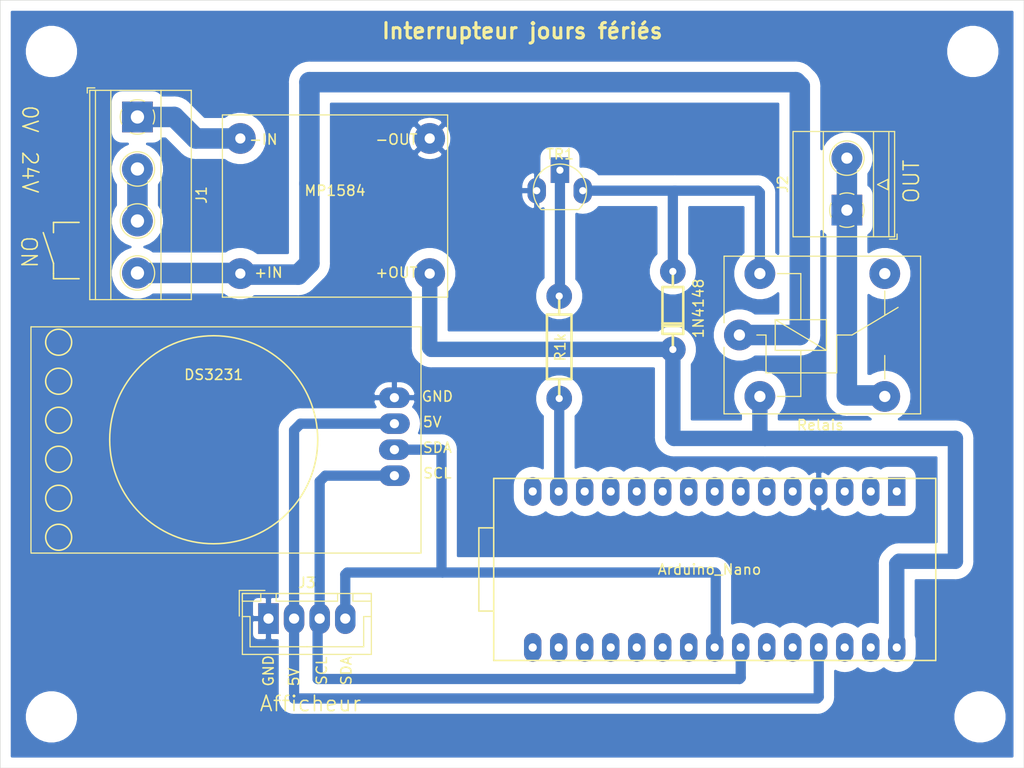
<source format=kicad_pcb>
(kicad_pcb (version 20171130) (host pcbnew "(5.1.9)-1")

  (general
    (thickness 1.6)
    (drawings 24)
    (tracks 77)
    (zones 0)
    (modules 14)
    (nets 13)
  )

  (page A4)
  (layers
    (0 F.Cu jumper)
    (31 B.Cu signal hide)
    (32 B.Adhes user)
    (33 F.Adhes user)
    (34 B.Paste user)
    (35 F.Paste user)
    (36 B.SilkS user)
    (37 F.SilkS user)
    (38 B.Mask user)
    (39 F.Mask user)
    (40 Dwgs.User user)
    (41 Cmts.User user)
    (42 Eco1.User user)
    (43 Eco2.User user)
    (44 Edge.Cuts user)
    (45 Margin user)
    (46 B.CrtYd user)
    (47 F.CrtYd user hide)
    (48 B.Fab user)
    (49 F.Fab user hide)
  )

  (setup
    (last_trace_width 1)
    (trace_clearance 0.2)
    (zone_clearance 0.5)
    (zone_45_only no)
    (trace_min 0.2)
    (via_size 0.8)
    (via_drill 0.4)
    (via_min_size 0.4)
    (via_min_drill 0.3)
    (uvia_size 0.3)
    (uvia_drill 0.1)
    (uvias_allowed no)
    (uvia_min_size 0.2)
    (uvia_min_drill 0.1)
    (edge_width 0.05)
    (segment_width 0.2)
    (pcb_text_width 0.3)
    (pcb_text_size 1.5 1.5)
    (mod_edge_width 0.12)
    (mod_text_size 1 1)
    (mod_text_width 0.15)
    (pad_size 1.8 2.5)
    (pad_drill 0.7)
    (pad_to_mask_clearance 0)
    (aux_axis_origin 105 110)
    (visible_elements 7FFBFFFF)
    (pcbplotparams
      (layerselection 0x01000_fffffffe)
      (usegerberextensions false)
      (usegerberattributes true)
      (usegerberadvancedattributes true)
      (creategerberjobfile true)
      (excludeedgelayer true)
      (linewidth 0.200000)
      (plotframeref false)
      (viasonmask false)
      (mode 1)
      (useauxorigin true)
      (hpglpennumber 1)
      (hpglpenspeed 20)
      (hpglpendiameter 15.000000)
      (psnegative false)
      (psa4output false)
      (plotreference true)
      (plotvalue true)
      (plotinvisibletext false)
      (padsonsilk false)
      (subtractmaskfromsilk false)
      (outputformat 1)
      (mirror false)
      (drillshape 0)
      (scaleselection 1)
      (outputdirectory "Gerber"))
  )

  (net 0 "")
  (net 1 +24V)
  (net 2 GND)
  (net 3 +5V)
  (net 4 "Net-(J2-Pad1)")
  (net 5 SDA)
  (net 6 SCL)
  (net 7 SIG)
  (net 8 "Net-(D2-Pad2)")
  (net 9 GND1)
  (net 10 +12V)
  (net 11 "Net-(R101-Pad1)")
  (net 12 "Net-(J1-Pad2)")

  (net_class Default "This is the default net class."
    (clearance 0.2)
    (trace_width 1)
    (via_dia 0.8)
    (via_drill 0.4)
    (uvia_dia 0.3)
    (uvia_drill 0.1)
    (add_net "Net-(D2-Pad2)")
    (add_net "Net-(R101-Pad1)")
    (add_net SCL)
    (add_net SDA)
    (add_net SIG)
  )

  (net_class 12V ""
    (clearance 0.2)
    (trace_width 1.5)
    (via_dia 0.8)
    (via_drill 0.4)
    (uvia_dia 0.3)
    (uvia_drill 0.1)
    (add_net +12V)
    (add_net GND)
  )

  (net_class 24V ""
    (clearance 0.2)
    (trace_width 2)
    (via_dia 0.8)
    (via_drill 0.4)
    (uvia_dia 0.3)
    (uvia_drill 0.1)
    (add_net +24V)
    (add_net GND1)
    (add_net "Net-(J1-Pad2)")
    (add_net "Net-(J2-Pad1)")
  )

  (net_class 5V ""
    (clearance 0.2)
    (trace_width 1)
    (via_dia 0.8)
    (via_drill 0.4)
    (uvia_dia 0.3)
    (uvia_drill 0.1)
    (add_net +5V)
  )

  (module Transistor:TO-92 (layer F.Cu) (tedit 642D2C28) (tstamp 642D554F)
    (at 158.4 53.6)
    (descr "TO-92 leads molded, narrow, drill 0.75mm (see NXP sot054_po.pdf)")
    (tags "to-92 sc-43 sc-43a sot54 PA33 transistor")
    (path /642D8B0A)
    (fp_text reference TR1 (at 1.27 -3.56) (layer F.SilkS)
      (effects (font (size 1 1) (thickness 0.15)))
    )
    (fp_text value Transistor_TO92 (at 1.27 2.79) (layer F.Fab)
      (effects (font (size 1 1) (thickness 0.15)))
    )
    (fp_line (start 4 2.01) (end -1.46 2.01) (layer F.CrtYd) (width 0.05))
    (fp_line (start 4 2.01) (end 4 -2.73) (layer F.CrtYd) (width 0.05))
    (fp_line (start -1.46 -2.73) (end -1.46 2.01) (layer F.CrtYd) (width 0.05))
    (fp_line (start -1.46 -2.73) (end 4 -2.73) (layer F.CrtYd) (width 0.05))
    (fp_line (start -0.5 1.75) (end 3 1.75) (layer F.Fab) (width 0.1))
    (fp_line (start -0.53 1.85) (end 3.07 1.85) (layer F.SilkS) (width 0.12))
    (fp_arc (start 1.27 0) (end 1.27 -2.6) (angle 135) (layer F.SilkS) (width 0.12))
    (fp_arc (start 1.27 0) (end 1.27 -2.48) (angle -135) (layer F.Fab) (width 0.1))
    (fp_arc (start 1.27 0) (end 1.27 -2.6) (angle -135) (layer F.SilkS) (width 0.12))
    (fp_arc (start 1.27 0) (end 1.27 -2.48) (angle 135) (layer F.Fab) (width 0.1))
    (fp_text user %R (at 1.27 0) (layer F.Fab)
      (effects (font (size 1 1) (thickness 0.15)))
    )
    (pad 1 thru_hole oval (at -1 0) (size 1.8 2.5) (drill 0.7) (layers *.Cu *.Mask)
      (net 2 GND))
    (pad 3 thru_hole oval (at 3.5 0) (size 1.8 2.5) (drill 0.7) (layers *.Cu *.Mask)
      (net 8 "Net-(D2-Pad2)"))
    (pad 2 thru_hole rect (at 1.27 -2) (size 1.8 2.5) (drill 0.7) (layers *.Cu *.Mask)
      (net 11 "Net-(R101-Pad1)"))
    (model ${KISYS3DMOD}/Transistor3d/TO-92.wrl
      (offset (xyz -1 0 0))
      (scale (xyz 1.8 1.6 1))
      (rotate (xyz 0 0 0))
    )
  )

  (module Arduino:Arduino_Nano_Module_sur_Socket (layer F.Cu) (tedit 624ADBE6) (tstamp 64296C21)
    (at 153.2 90.6 270)
    (path /64296E22)
    (fp_text reference XA1 (at 6.604 1.016 90) (layer F.SilkS) hide
      (effects (font (size 1 1) (thickness 0.15)))
    )
    (fp_text value Arduino_Nano (at 0 -21.082) (layer F.SilkS)
      (effects (font (size 1 1) (thickness 0.15)))
    )
    (fp_line (start -8.89 -43.18) (end -8.89 0) (layer F.SilkS) (width 0.15))
    (fp_line (start 8.89 -43.18) (end 8.89 0) (layer F.SilkS) (width 0.15))
    (fp_line (start -8.89 0) (end 8.89 0) (layer F.SilkS) (width 0.15))
    (fp_line (start -8.89 -43.18) (end 8.89 -43.18) (layer F.SilkS) (width 0.15))
    (fp_line (start 4.064 1.45) (end 4.064 0) (layer F.SilkS) (width 0.15))
    (fp_line (start -4.064 1.45) (end 4.064 1.45) (layer F.SilkS) (width 0.15))
    (fp_line (start -4.064 0) (end -4.064 1.45) (layer F.SilkS) (width 0.15))
    (fp_line (start 9.144 1.778) (end -3.302 1.778) (layer F.CrtYd) (width 0.15))
    (fp_line (start 9.144 -43.434) (end 9.144 1.778) (layer F.CrtYd) (width 0.15))
    (fp_line (start -9.144 -43.434) (end 9.144 -43.434) (layer F.CrtYd) (width 0.15))
    (fp_line (start -9.144 -22.606) (end -9.144 -43.434) (layer F.CrtYd) (width 0.15))
    (fp_line (start -9.144 1.778) (end -9.144 -22.606) (layer F.CrtYd) (width 0.15))
    (fp_line (start -3.302 1.778) (end -9.144 1.778) (layer F.CrtYd) (width 0.15))
    (fp_circle (center -2.84 -41.91) (end -2.032 -41.91) (layer F.Fab) (width 0.15))
    (fp_circle (center 0 -41.91) (end 0.508 -41.91) (layer F.Fab) (width 0.15))
    (fp_circle (center -2.84 -39.37) (end -2.032 -39.37) (layer F.Fab) (width 0.15))
    (fp_circle (center 2.84 -41.91) (end 3.048 -41.91) (layer F.Fab) (width 0.15))
    (fp_circle (center 2.84 -39.37) (end 3.048 -39.37) (layer F.Fab) (width 0.15))
    (fp_circle (center 0 -39.37) (end 0.508 -39.37) (layer F.Fab) (width 0.15))
    (fp_text user ICSP (at 0 -40.64 90) (layer F.SilkS) hide
      (effects (font (size 1 1) (thickness 0.15)))
    )
    (fp_text user 5V (at 5.4 -31.6) (layer F.SilkS) hide
      (effects (font (size 0.5 0.5) (thickness 0.075)))
    )
    (fp_text user USB (at 0 0.635 90) (layer F.SilkS) hide
      (effects (font (size 0.5 0.5) (thickness 0.075)))
    )
    (pad D1 thru_hole rect (at -7.62 -39.37 270) (size 2.8 1.7) (drill 0.8) (layers *.Cu *.Mask))
    (pad D0 thru_hole oval (at -7.62 -36.83 270) (size 2.8 1.7) (drill 0.8) (layers *.Cu *.Mask))
    (pad RST1 thru_hole oval (at -7.62 -34.29 270) (size 2.8 1.7) (drill 0.8) (layers *.Cu *.Mask))
    (pad GND1 thru_hole oval (at -7.62 -31.75 270) (size 2.8 1.7) (drill 0.8) (layers *.Cu *.Mask)
      (net 2 GND))
    (pad D2 thru_hole oval (at -7.62 -29.21 270) (size 2.8 1.7) (drill 0.8) (layers *.Cu *.Mask))
    (pad D3 thru_hole oval (at -7.62 -26.67 270) (size 2.8 1.7) (drill 0.8) (layers *.Cu *.Mask))
    (pad D4 thru_hole oval (at -7.62 -24.13 270) (size 2.8 1.7) (drill 0.8) (layers *.Cu *.Mask))
    (pad D5 thru_hole oval (at -7.62 -21.59 270) (size 2.8 1.7) (drill 0.8) (layers *.Cu *.Mask))
    (pad D6 thru_hole oval (at -7.62 -19.05 270) (size 2.8 1.7) (drill 0.8) (layers *.Cu *.Mask))
    (pad D7 thru_hole oval (at -7.62 -16.51 270) (size 2.8 1.7) (drill 0.8) (layers *.Cu *.Mask))
    (pad D8 thru_hole oval (at -7.62 -13.97 270) (size 2.8 1.7) (drill 0.8) (layers *.Cu *.Mask))
    (pad D9 thru_hole oval (at -7.62 -11.43 270) (size 2.8 1.7) (drill 0.8) (layers *.Cu *.Mask))
    (pad D10 thru_hole oval (at -7.62 -8.89 270) (size 2.8 1.7) (drill 0.8) (layers *.Cu *.Mask))
    (pad D11 thru_hole oval (at -7.62 -6.35 270) (size 2.8 1.7) (drill 0.8) (layers *.Cu *.Mask)
      (net 7 SIG))
    (pad D12 thru_hole oval (at -7.62 -3.81 270) (size 2.8 1.7) (drill 0.8) (layers *.Cu *.Mask))
    (pad D13 thru_hole oval (at 7.62 -3.81 270) (size 2.8 1.7) (drill 0.8) (layers *.Cu *.Mask))
    (pad 3V3 thru_hole oval (at 7.62 -6.35 270) (size 2.8 1.7) (drill 0.8) (layers *.Cu *.Mask))
    (pad AREF thru_hole oval (at 7.62 -8.89 270) (size 2.8 1.7) (drill 0.8) (layers *.Cu *.Mask))
    (pad A0 thru_hole oval (at 7.62 -11.43 270) (size 2.8 1.7) (drill 0.8) (layers *.Cu *.Mask))
    (pad A1 thru_hole oval (at 7.62 -13.97 270) (size 2.8 1.7) (drill 0.8) (layers *.Cu *.Mask))
    (pad A2 thru_hole oval (at 7.62 -16.51 270) (size 2.8 1.7) (drill 0.8) (layers *.Cu *.Mask))
    (pad A3 thru_hole oval (at 7.62 -19.05 270) (size 2.8 1.7) (drill 0.8) (layers *.Cu *.Mask))
    (pad A4 thru_hole oval (at 7.62 -21.59 270) (size 2.8 1.7) (drill 0.8) (layers *.Cu *.Mask)
      (net 5 SDA))
    (pad A5 thru_hole oval (at 7.62 -24.13 270) (size 2.8 1.7) (drill 0.8) (layers *.Cu *.Mask)
      (net 6 SCL))
    (pad A6 thru_hole oval (at 7.62 -26.67 270) (size 2.8 1.7) (drill 0.8) (layers *.Cu *.Mask))
    (pad A7 thru_hole oval (at 7.62 -29.21 270) (size 2.8 1.7) (drill 0.8) (layers *.Cu *.Mask))
    (pad 5V thru_hole oval (at 7.62 -31.75 270) (size 2.8 1.7) (drill 0.8) (layers *.Cu *.Mask)
      (net 3 +5V))
    (pad RST2 thru_hole oval (at 7.62 -34.29 270) (size 2.8 1.7) (drill 0.8) (layers *.Cu *.Mask))
    (pad GND2 thru_hole oval (at 7.62 -36.83 270) (size 2.8 1.7) (drill 0.8) (layers *.Cu *.Mask))
    (pad VIN thru_hole oval (at 7.62 -39.37 270) (size 2.8 1.7) (drill 0.8) (layers *.Cu *.Mask)
      (net 10 +12V))
    (model ${KISYS3DMOD}/Shield_Arduino3D/Arduino_Nano/arduino_NANO_header.wrl
      (offset (xyz 0 21.5 0))
      (scale (xyz 1 1 1))
      (rotate (xyz 0 0 0))
    )
    (model "${KISYS3DMOD}/Shield_Arduino3D/Arduino_Nano/Arduino Nano.STEP"
      (offset (xyz 0 21.5 8.5))
      (scale (xyz 1 1 1))
      (rotate (xyz -90 0 -180))
    )
  )

  (module TerminalBlock_Phoenix:TerminalBlock_Phoenix_MKDS-1,5-4-5.08_1x04_P5.08mm_Horizontal (layer F.Cu) (tedit 642D1D20) (tstamp 64298EE5)
    (at 118.4 46.4 270)
    (descr "Terminal Block Phoenix MKDS-1,5-4-5.08, 4 pins, pitch 5.08mm, size 20.3x9.8mm^2, drill diamater 1.3mm, pad diameter 2.6mm, see http://www.farnell.com/datasheets/100425.pdf, script-generated using https://github.com/pointhi/kicad-footprint-generator/scripts/TerminalBlock_Phoenix")
    (tags "THT Terminal Block Phoenix MKDS-1,5-4-5.08 pitch 5.08mm size 20.3x9.8mm^2 drill 1.3mm pad 2.6mm")
    (path /642A48E8)
    (fp_text reference J1 (at 7.62 -6.26 90) (layer F.SilkS)
      (effects (font (size 1 1) (thickness 0.15)))
    )
    (fp_text value Conn_01x04 (at 7.62 5.66 90) (layer F.Fab)
      (effects (font (size 1 1) (thickness 0.15)))
    )
    (fp_circle (center 0 0) (end 1.5 0) (layer F.Fab) (width 0.1))
    (fp_circle (center 5.08 0) (end 6.58 0) (layer F.Fab) (width 0.1))
    (fp_circle (center 5.08 0) (end 6.76 0) (layer F.SilkS) (width 0.12))
    (fp_circle (center 10.16 0) (end 11.66 0) (layer F.Fab) (width 0.1))
    (fp_circle (center 10.16 0) (end 11.84 0) (layer F.SilkS) (width 0.12))
    (fp_circle (center 15.24 0) (end 16.74 0) (layer F.Fab) (width 0.1))
    (fp_circle (center 15.24 0) (end 16.92 0) (layer F.SilkS) (width 0.12))
    (fp_line (start -2.54 -5.2) (end 17.78 -5.2) (layer F.Fab) (width 0.1))
    (fp_line (start 17.78 -5.2) (end 17.78 4.6) (layer F.Fab) (width 0.1))
    (fp_line (start 17.78 4.6) (end -2.04 4.6) (layer F.Fab) (width 0.1))
    (fp_line (start -2.04 4.6) (end -2.54 4.1) (layer F.Fab) (width 0.1))
    (fp_line (start -2.54 4.1) (end -2.54 -5.2) (layer F.Fab) (width 0.1))
    (fp_line (start -2.54 4.1) (end 17.78 4.1) (layer F.Fab) (width 0.1))
    (fp_line (start -2.6 4.1) (end 17.84 4.1) (layer F.SilkS) (width 0.12))
    (fp_line (start -2.54 2.6) (end 17.78 2.6) (layer F.Fab) (width 0.1))
    (fp_line (start -2.6 2.6) (end 17.84 2.6) (layer F.SilkS) (width 0.12))
    (fp_line (start -2.54 -2.3) (end 17.78 -2.3) (layer F.Fab) (width 0.1))
    (fp_line (start -2.6 -2.301) (end 17.84 -2.301) (layer F.SilkS) (width 0.12))
    (fp_line (start -2.6 -5.261) (end 17.84 -5.261) (layer F.SilkS) (width 0.12))
    (fp_line (start -2.6 4.66) (end 17.84 4.66) (layer F.SilkS) (width 0.12))
    (fp_line (start -2.6 -5.261) (end -2.6 4.66) (layer F.SilkS) (width 0.12))
    (fp_line (start 17.84 -5.261) (end 17.84 4.66) (layer F.SilkS) (width 0.12))
    (fp_line (start 1.138 -0.955) (end -0.955 1.138) (layer F.Fab) (width 0.1))
    (fp_line (start 0.955 -1.138) (end -1.138 0.955) (layer F.Fab) (width 0.1))
    (fp_line (start 6.218 -0.955) (end 4.126 1.138) (layer F.Fab) (width 0.1))
    (fp_line (start 6.035 -1.138) (end 3.943 0.955) (layer F.Fab) (width 0.1))
    (fp_line (start 6.355 -1.069) (end 6.308 -1.023) (layer F.SilkS) (width 0.12))
    (fp_line (start 4.046 1.239) (end 4.011 1.274) (layer F.SilkS) (width 0.12))
    (fp_line (start 6.15 -1.275) (end 6.115 -1.239) (layer F.SilkS) (width 0.12))
    (fp_line (start 3.853 1.023) (end 3.806 1.069) (layer F.SilkS) (width 0.12))
    (fp_line (start 11.298 -0.955) (end 9.206 1.138) (layer F.Fab) (width 0.1))
    (fp_line (start 11.115 -1.138) (end 9.023 0.955) (layer F.Fab) (width 0.1))
    (fp_line (start 11.435 -1.069) (end 11.388 -1.023) (layer F.SilkS) (width 0.12))
    (fp_line (start 9.126 1.239) (end 9.091 1.274) (layer F.SilkS) (width 0.12))
    (fp_line (start 11.23 -1.275) (end 11.195 -1.239) (layer F.SilkS) (width 0.12))
    (fp_line (start 8.933 1.023) (end 8.886 1.069) (layer F.SilkS) (width 0.12))
    (fp_line (start 16.378 -0.955) (end 14.286 1.138) (layer F.Fab) (width 0.1))
    (fp_line (start 16.195 -1.138) (end 14.103 0.955) (layer F.Fab) (width 0.1))
    (fp_line (start 16.515 -1.069) (end 16.468 -1.023) (layer F.SilkS) (width 0.12))
    (fp_line (start 14.206 1.239) (end 14.171 1.274) (layer F.SilkS) (width 0.12))
    (fp_line (start 16.31 -1.275) (end 16.275 -1.239) (layer F.SilkS) (width 0.12))
    (fp_line (start 14.013 1.023) (end 13.966 1.069) (layer F.SilkS) (width 0.12))
    (fp_line (start -2.84 4.16) (end -2.84 4.9) (layer F.SilkS) (width 0.12))
    (fp_line (start -2.84 4.9) (end -2.34 4.9) (layer F.SilkS) (width 0.12))
    (fp_line (start -3.04 -5.71) (end -3.04 5.1) (layer F.CrtYd) (width 0.05))
    (fp_line (start -3.04 5.1) (end 18.28 5.1) (layer F.CrtYd) (width 0.05))
    (fp_line (start 18.28 5.1) (end 18.28 -5.71) (layer F.CrtYd) (width 0.05))
    (fp_line (start 18.28 -5.71) (end -3.04 -5.71) (layer F.CrtYd) (width 0.05))
    (fp_text user %R (at 7.62 3.2 90) (layer F.Fab)
      (effects (font (size 1 1) (thickness 0.15)))
    )
    (fp_arc (start 0 0) (end -0.684 1.535) (angle -25) (layer F.SilkS) (width 0.12))
    (fp_arc (start 0 0) (end -1.535 -0.684) (angle -48) (layer F.SilkS) (width 0.12))
    (fp_arc (start 0 0) (end 0.684 -1.535) (angle -48) (layer F.SilkS) (width 0.12))
    (fp_arc (start 0 0) (end 1.535 0.684) (angle -48) (layer F.SilkS) (width 0.12))
    (fp_arc (start 0 0) (end 0 1.68) (angle -24) (layer F.SilkS) (width 0.12))
    (pad 4 thru_hole circle (at 15.24 0 270) (size 3 3) (drill 1.3) (layers *.Cu *.Mask)
      (net 1 +24V))
    (pad 3 thru_hole circle (at 10.16 0 270) (size 3 3) (drill 1.3) (layers *.Cu *.Mask)
      (net 12 "Net-(J1-Pad2)"))
    (pad 2 thru_hole circle (at 5.08 0 270) (size 3 3) (drill 1.3) (layers *.Cu *.Mask)
      (net 12 "Net-(J1-Pad2)"))
    (pad 1 thru_hole rect (at 0 0 270) (size 3 3) (drill 1.3) (layers *.Cu *.Mask)
      (net 9 GND1))
    (model ${KISYS3DMOD}/TerminalBlock_Phoenix.3dshapes/TerminalBlock_Phoenix_MKDS-1,5-4-5.08_1x04_P5.08mm_Horizontal.wrl
      (at (xyz 0 0 0))
      (scale (xyz 1 1 1))
      (rotate (xyz 0 0 0))
    )
  )

  (module Resistance:R_025W (layer F.Cu) (tedit 642D1CFA) (tstamp 6429A3B2)
    (at 159.7 69 270)
    (descr "Resistance 1/4w")
    (tags R)
    (path /642E1014)
    (autoplace_cost180 10)
    (fp_text reference R101 (at -0.2 0.1 90) (layer F.SilkS) hide
      (effects (font (size 1 1) (thickness 0.15)))
    )
    (fp_text value R1k (at -0.1 0 90) (layer F.SilkS)
      (effects (font (size 1 1) (thickness 0.15)))
    )
    (fp_line (start -3.3 1.3) (end -3.3 -1.1) (layer F.SilkS) (width 0.25))
    (fp_line (start 3 1.3) (end -3.3 1.3) (layer F.SilkS) (width 0.25))
    (fp_line (start 3 -1.1) (end 3 1.3) (layer F.SilkS) (width 0.25))
    (fp_line (start -3.3 -1.1) (end 3 -1.1) (layer F.SilkS) (width 0.25))
    (fp_line (start -4.951 0.1) (end -3.3 0.1) (layer F.SilkS) (width 0.254))
    (fp_line (start 4.651 0.1) (end 3 0.1) (layer F.SilkS) (width 0.254))
    (pad 1 thru_hole circle (at -5.1 0.1 270) (size 2.5 2.5) (drill 0.7) (layers *.Cu *.Mask)
      (net 11 "Net-(R101-Pad1)"))
    (pad 2 thru_hole circle (at 4.9 0.1 270) (size 2.5 2.5) (drill 0.7) (layers *.Cu *.Mask)
      (net 7 SIG))
    (model ${KISYS3DMOD}/Resistance3d/rc03.wrl
      (offset (xyz 0 -0.1 0))
      (scale (xyz 1.3 1 1))
      (rotate (xyz 0 0 0))
    )
  )

  (module Timer_RTC:RTC_DS3231 (layer F.Cu) (tedit 642D1CC4) (tstamp 64296AA3)
    (at 125.8 77.9)
    (path /642970FD)
    (fp_text reference U1 (at 0.05 7.65) (layer F.SilkS) hide
      (effects (font (size 1 1) (thickness 0.15)))
    )
    (fp_text value DS3231 (at 0.05 -6.32) (layer F.SilkS)
      (effects (font (size 1 1) (thickness 0.15)))
    )
    (fp_circle (center 0.05 0.03) (end 0.05 10.19) (layer F.SilkS) (width 0.15))
    (fp_circle (center -15.095 -9.495) (end -15.095 -10.765) (layer F.SilkS) (width 0.15))
    (fp_circle (center -15.095 -5.685) (end -15.095 -6.955) (layer F.SilkS) (width 0.15))
    (fp_circle (center -15.095 -1.875) (end -15.095 -3.145) (layer F.SilkS) (width 0.15))
    (fp_circle (center -15.095 9.555) (end -15.095 8.285) (layer F.SilkS) (width 0.15))
    (fp_circle (center -15.095 5.745) (end -15.095 4.475) (layer F.SilkS) (width 0.15))
    (fp_circle (center -15.095 1.935) (end -15.095 0.665) (layer F.SilkS) (width 0.15))
    (fp_line (start -17.8 -11) (end 20.3 -11) (layer F.SilkS) (width 0.12))
    (fp_line (start 20.3 -11) (end 20.3 10.9) (layer F.SilkS) (width 0.12))
    (fp_line (start -17.8 11) (end -17.8 -11) (layer F.SilkS) (width 0.12))
    (fp_line (start -17.8 11.1) (end 20.3 11.1) (layer F.SilkS) (width 0.12))
    (fp_line (start 20.3 11.1) (end 20.3 10.9) (layer F.SilkS) (width 0.12))
    (pad 1 thru_hole oval (at 17.7 3.54) (size 3 2) (drill 0.9) (layers *.Cu *.Mask)
      (net 6 SCL))
    (pad 2 thru_hole oval (at 17.7 1) (size 3 2) (drill 0.9) (layers *.Cu *.Mask)
      (net 5 SDA))
    (pad 3 thru_hole oval (at 17.7 -1.54) (size 3 2) (drill 0.9) (layers *.Cu *.Mask)
      (net 3 +5V))
    (pad 4 thru_hole oval (at 17.7 -4.08) (size 3 2) (drill 0.9) (layers *.Cu *.Mask)
      (net 2 GND))
    (model "${KISYS3DMOD}/Timer_RTC/HW-84 v7.step"
      (offset (xyz -19 -10.5 5.5))
      (scale (xyz 1 1 1))
      (rotate (xyz 0 180 180))
    )
    (model ${KISYS3DMOD}/pin_strip_2mm54.3dshapes/pin_strip_4.wrl
      (offset (xyz 17.75 0.3 0))
      (scale (xyz 1 1 1))
      (rotate (xyz 0 0 90))
    )
  )

  (module pth_diodes:diode_do35 (layer F.Cu) (tedit 642D1D04) (tstamp 639F60AA)
    (at 170.7 65.3 270)
    (descr "Diode, DO-35 package")
    (path /63A307F5)
    (fp_text reference D2 (at 0 2.54 90) (layer F.SilkS) hide
      (effects (font (size 1.524 1.524) (thickness 0.3048)))
    )
    (fp_text value 1N4148 (at -0.2 -2.5 90) (layer F.SilkS)
      (effects (font (size 1 1) (thickness 0.15)))
    )
    (fp_line (start -2.286 1.016) (end -2.286 -1.016) (layer F.SilkS) (width 0.254))
    (fp_line (start 2.286 1.016) (end -2.286 1.016) (layer F.SilkS) (width 0.254))
    (fp_line (start 2.286 -1.016) (end 2.286 1.016) (layer F.SilkS) (width 0.254))
    (fp_line (start -2.286 -1.016) (end 2.286 -1.016) (layer F.SilkS) (width 0.254))
    (fp_line (start -2.286 0) (end -3.81 0) (layer F.SilkS) (width 0.254))
    (fp_line (start 3.81 0) (end 2.286 0) (layer F.SilkS) (width 0.254))
    (fp_line (start 1.27 -1.016) (end 1.27 1.016) (layer F.SilkS) (width 0.254))
    (fp_line (start 1.524 1.016) (end 1.524 -1.016) (layer F.SilkS) (width 0.254))
    (pad 1 thru_hole circle (at 3.81 0 270) (size 2.5 2.5) (drill 0.7) (layers *.Cu *.Mask)
      (net 10 +12V))
    (pad 2 thru_hole circle (at -3.81 0 270) (size 2.5 2.5) (drill 0.7) (layers *.Cu *.Mask)
      (net 8 "Net-(D2-Pad2)"))
    (model walter/pth_diodes/diode_do35.wrl
      (at (xyz 0 0 0))
      (scale (xyz 1 1 1))
      (rotate (xyz 0 0 0))
    )
    (model ${KISYS3DMOD}/Diode_THT.3dshapes/D_DO-35_SOD27_P7.62mm_Horizontal.wrl
      (offset (xyz 3.8 0 0))
      (scale (xyz 1 1 1))
      (rotate (xyz 0 0 180))
    )
  )

  (module Convertisseur:MP1584 (layer F.Cu) (tedit 642D1CEF) (tstamp 64255BD0)
    (at 137.7 55.1)
    (descr "Convertisseur DC-DC")
    (path /64253A4D)
    (fp_text reference U101 (at 0 1) (layer F.SilkS) hide
      (effects (font (size 1 1) (thickness 0.15)))
    )
    (fp_text value MP1584 (at 0 -1.5) (layer F.SilkS)
      (effects (font (size 1 1) (thickness 0.15)))
    )
    (fp_line (start 11 -8) (end 11 -8.9) (layer F.SilkS) (width 0.12))
    (fp_line (start -11 -8) (end -11 -8.9) (layer F.SilkS) (width 0.12))
    (fp_line (start -11 -8.9) (end 11 -8.9) (layer F.SilkS) (width 0.12))
    (fp_line (start 11 -8) (end 11 8.9) (layer F.SilkS) (width 0.12))
    (fp_line (start 11 8.9) (end -11 8.9) (layer F.SilkS) (width 0.12))
    (fp_line (start -11 8.9) (end -11 -8.1) (layer F.SilkS) (width 0.12))
    (fp_text user +OUT (at 6 6.5) (layer F.SilkS)
      (effects (font (size 1 1) (thickness 0.15)))
    )
    (fp_text user -OUT (at 6 -6.5) (layer F.SilkS)
      (effects (font (size 1 1) (thickness 0.15)))
    )
    (fp_text user +IN (at -6.5 6.5) (layer F.SilkS)
      (effects (font (size 1 1) (thickness 0.15)))
    )
    (fp_text user -IN (at -7 -6.5) (layer F.SilkS)
      (effects (font (size 1 1) (thickness 0.15)))
    )
    (pad 4 thru_hole circle (at 9.25 6.6) (size 3 3) (drill 1) (layers *.Cu *.Mask)
      (net 10 +12V))
    (pad 3 thru_hole circle (at 9.25 -6.6) (size 3 3) (drill 1) (layers *.Cu *.Mask)
      (net 2 GND))
    (pad 2 thru_hole circle (at -9.25 6.6) (size 3 3) (drill 1) (layers *.Cu *.Mask)
      (net 1 +24V))
    (pad 1 thru_hole circle (at -9.25 -6.6) (size 3 3) (drill 1) (layers *.Cu *.Mask)
      (net 9 GND1))
    (model ${KISYS3DMOD}/Convertisseur/MP1584.step
      (offset (xyz 0 0 2.5))
      (scale (xyz 1 1 1))
      (rotate (xyz 0 0 0))
    )
    (model ${KISYS3DMOD}/pin_strip_2mm54.3dshapes/pin_strip_1.wrl
      (offset (xyz -9.199999999999999 6.5 2.5))
      (scale (xyz 1 1 1))
      (rotate (xyz 0 180 0))
    )
    (model ${KISYS3DMOD}/pin_strip_2mm54.3dshapes/pin_strip_1.wrl
      (offset (xyz 9.199999999999999 6.5 2.5))
      (scale (xyz 1 1 1))
      (rotate (xyz 0 180 0))
    )
    (model ${KISYS3DMOD}/pin_strip_2mm54.3dshapes/pin_strip_1.wrl
      (offset (xyz -9.220000000000001 -6.5 2.5))
      (scale (xyz 1 1 1))
      (rotate (xyz 0 -180 0))
    )
    (model ${KISYS3DMOD}/pin_strip_2mm54.3dshapes/pin_strip_1.wrl
      (offset (xyz 9.199999999999999 -6.5 2.5))
      (scale (xyz 1 1 1))
      (rotate (xyz 0 180 0))
    )
  )

  (module Formes:Rond (layer F.Cu) (tedit 61F2BE61) (tstamp 63A30116)
    (at 200.7 105)
    (path /63A4CA73)
    (attr smd)
    (fp_text reference T4 (at 0 -2.159) (layer Eco2.User)
      (effects (font (size 1.016 1.016) (thickness 0.2032)))
    )
    (fp_text value Trou (at 0.254 -3.556) (layer Eco2.User) hide
      (effects (font (size 1.016 0.889) (thickness 0.2032)))
    )
    (pad "" np_thru_hole circle (at 0 0) (size 3 3) (drill 3) (layers *.Cu *.Mask))
    (model walter/pin_strip/pin_socket_1.wrl
      (at (xyz 0 0 0))
      (scale (xyz 1 1 1))
      (rotate (xyz 0 0 0))
    )
  )

  (module Formes:Rond (layer F.Cu) (tedit 61F2BE61) (tstamp 63A30111)
    (at 110 105)
    (path /63A4C3D5)
    (attr smd)
    (fp_text reference T3 (at 0 -2.159) (layer Eco2.User)
      (effects (font (size 1.016 1.016) (thickness 0.2032)))
    )
    (fp_text value Trou (at 0.254 -3.556) (layer Eco2.User) hide
      (effects (font (size 1.016 0.889) (thickness 0.2032)))
    )
    (pad "" np_thru_hole circle (at 0 0) (size 3 3) (drill 3) (layers *.Cu *.Mask))
    (model walter/pin_strip/pin_socket_1.wrl
      (at (xyz 0 0 0))
      (scale (xyz 1 1 1))
      (rotate (xyz 0 0 0))
    )
  )

  (module Formes:Rond (layer F.Cu) (tedit 61F2BE61) (tstamp 63A3010C)
    (at 200 40)
    (path /63A4C71E)
    (attr smd)
    (fp_text reference T2 (at 0 -2.159) (layer Eco2.User)
      (effects (font (size 1.016 1.016) (thickness 0.2032)))
    )
    (fp_text value Trou (at 0.254 -3.556) (layer Eco2.User) hide
      (effects (font (size 1.016 0.889) (thickness 0.2032)))
    )
    (pad "" np_thru_hole circle (at 0 0) (size 3 3) (drill 3) (layers *.Cu *.Mask))
    (model walter/pin_strip/pin_socket_1.wrl
      (at (xyz 0 0 0))
      (scale (xyz 1 1 1))
      (rotate (xyz 0 0 0))
    )
  )

  (module Formes:Rond (layer F.Cu) (tedit 61F2BE61) (tstamp 63A3021B)
    (at 110 40)
    (path /63A4C141)
    (attr smd)
    (fp_text reference T1 (at 0 -2.159) (layer Eco2.User)
      (effects (font (size 1.016 1.016) (thickness 0.2032)))
    )
    (fp_text value Trou (at 0.254 -3.556) (layer Eco2.User) hide
      (effects (font (size 1.016 0.889) (thickness 0.2032)))
    )
    (pad "" np_thru_hole circle (at 0 0) (size 3 3) (drill 3) (layers *.Cu *.Mask))
    (model walter/pin_strip/pin_socket_1.wrl
      (at (xyz 0 0 0))
      (scale (xyz 1 1 1))
      (rotate (xyz 0 0 0))
    )
  )

  (module Relay_THT:Relais_SRD (layer F.Cu) (tedit 6395C9BB) (tstamp 639F2F5A)
    (at 177.2 67.7)
    (path /63A00A45)
    (fp_text reference K1 (at 8.1 9.2) (layer F.SilkS) hide
      (effects (font (size 1 1) (thickness 0.15)))
    )
    (fp_text value Relais (at 7.9 8.8) (layer F.SilkS)
      (effects (font (size 1 1) (thickness 0.15)))
    )
    (fp_line (start 8.5 1.5) (end 3.5 1.5) (layer F.SilkS) (width 0.12))
    (fp_line (start 8.5 -1.5) (end 8.5 1.5) (layer F.SilkS) (width 0.12))
    (fp_line (start 3.5 -1.5) (end 8.5 -1.5) (layer F.SilkS) (width 0.12))
    (fp_line (start 3.5 1.5) (end 3.5 -1.5) (layer F.SilkS) (width 0.12))
    (fp_line (start 8.5 1.5) (end 3.5 -1.5) (layer F.SilkS) (width 0.12))
    (fp_line (start 6 1.5) (end 6 6) (layer F.SilkS) (width 0.12))
    (fp_line (start 6 -6) (end 6 -1.5) (layer F.SilkS) (width 0.12))
    (fp_line (start 2.6 0) (end 2.6 3.7) (layer F.SilkS) (width 0.12))
    (fp_line (start 9.5 0) (end 9.5 3.7) (layer F.SilkS) (width 0.12))
    (fp_line (start 9.5 3.7) (end 2.6 3.7) (layer F.SilkS) (width 0.12))
    (fp_line (start 11 0) (end 15.5 -2.7) (layer F.SilkS) (width 0.12))
    (fp_line (start 9.5 0) (end 11 0) (layer F.SilkS) (width 0.12))
    (fp_line (start 6 -6) (end 3.7 -6) (layer F.SilkS) (width 0.12))
    (fp_line (start 2.6 0) (end 1.7 0) (layer F.SilkS) (width 0.12))
    (fp_line (start 3.7 6) (end 6 6) (layer F.SilkS) (width 0.12))
    (fp_line (start 14.2 -4.3) (end 14.2 -2) (layer F.SilkS) (width 0.12))
    (fp_line (start 14.2 4.3) (end 14.2 2) (layer F.SilkS) (width 0.12))
    (fp_line (start -1.75 7.85) (end 17.85 7.85) (layer F.CrtYd) (width 0.05))
    (fp_line (start 17.85 -7.85) (end 17.85 7.85) (layer F.CrtYd) (width 0.05))
    (fp_line (start -1.75 7.85) (end -1.75 -7.85) (layer F.CrtYd) (width 0.05))
    (fp_line (start 17.85 -7.85) (end -1.75 -7.85) (layer F.CrtYd) (width 0.05))
    (fp_line (start -1.4 7.6) (end -1.4 -7.6) (layer F.Fab) (width 0.1))
    (fp_line (start 17.6 7.6) (end -1.4 7.6) (layer F.Fab) (width 0.1))
    (fp_line (start 17.6 -7.6) (end 17.6 7.6) (layer F.Fab) (width 0.1))
    (fp_line (start -1.4 -7.6) (end 17.6 -7.6) (layer F.Fab) (width 0.1))
    (fp_line (start 17.7 7.7) (end -1.5 7.7) (layer F.SilkS) (width 0.12))
    (fp_line (start 17.7 -7.7) (end 17.7 7.7) (layer F.SilkS) (width 0.12))
    (fp_line (start -1.5 -7.7) (end 17.7 -7.7) (layer F.SilkS) (width 0.12))
    (fp_line (start -1.5 -7.7) (end -1.5 -1.2) (layer F.SilkS) (width 0.12))
    (fp_line (start -1.5 1.2) (end -1.5 7.7) (layer F.SilkS) (width 0.12))
    (fp_text user %R (at 7.1 0.025) (layer F.Fab) hide
      (effects (font (size 1 1) (thickness 0.15)))
    )
    (pad 11 thru_hole circle (at 0 0) (size 3 3) (drill 1.1) (layers *.Cu *.Mask)
      (net 1 +24V))
    (pad A2 thru_hole circle (at 2 -6) (size 3 3) (drill 1.1) (layers *.Cu *.Mask)
      (net 8 "Net-(D2-Pad2)"))
    (pad 12 thru_hole circle (at 14.2 -6) (size 3 3) (drill 1.1) (layers *.Cu *.Mask))
    (pad 14 thru_hole circle (at 14.2 6) (size 3 3) (drill 1.1) (layers *.Cu *.Mask)
      (net 4 "Net-(J2-Pad1)"))
    (pad A1 thru_hole circle (at 2 6) (size 3 3) (drill 1.1) (layers *.Cu *.Mask)
      (net 10 +12V))
    (model ${KISYS3DMOD}/Relay_THT.3dshapes/Relay_SPDT_Finder_36.11.wrl
      (at (xyz 0 0 0))
      (scale (xyz 1 1 1))
      (rotate (xyz 0 0 0))
    )
  )

  (module Connecteur_jst:JST_XH_B04B-XH-A_04x2.50mm_Straight (layer F.Cu) (tedit 61E16DC3) (tstamp 639F2F32)
    (at 131.2 95.4)
    (descr "JST XH series connector, B04B-XH-A, top entry type, through hole")
    (tags "connector jst xh tht top vertical 2.50mm")
    (path /63A11BC7)
    (fp_text reference J3 (at 3.75 -3.5) (layer F.SilkS)
      (effects (font (size 1 1) (thickness 0.15)))
    )
    (fp_text value Conn_01x04 (at 3.75 4.5) (layer F.Fab) hide
      (effects (font (size 1 1) (thickness 0.15)))
    )
    (fp_line (start -2.45 -2.35) (end -2.45 3.4) (layer F.Fab) (width 0.1))
    (fp_line (start -2.45 3.4) (end 9.95 3.4) (layer F.Fab) (width 0.1))
    (fp_line (start 9.95 3.4) (end 9.95 -2.35) (layer F.Fab) (width 0.1))
    (fp_line (start 9.95 -2.35) (end -2.45 -2.35) (layer F.Fab) (width 0.1))
    (fp_line (start -2.95 -2.85) (end -2.95 3.9) (layer F.CrtYd) (width 0.05))
    (fp_line (start -2.95 3.9) (end 10.45 3.9) (layer F.CrtYd) (width 0.05))
    (fp_line (start 10.45 3.9) (end 10.45 -2.85) (layer F.CrtYd) (width 0.05))
    (fp_line (start 10.45 -2.85) (end -2.95 -2.85) (layer F.CrtYd) (width 0.05))
    (fp_line (start -2.55 -2.45) (end -2.55 3.5) (layer F.SilkS) (width 0.12))
    (fp_line (start -2.55 3.5) (end 10.05 3.5) (layer F.SilkS) (width 0.12))
    (fp_line (start 10.05 3.5) (end 10.05 -2.45) (layer F.SilkS) (width 0.12))
    (fp_line (start 10.05 -2.45) (end -2.55 -2.45) (layer F.SilkS) (width 0.12))
    (fp_line (start 0.75 -2.45) (end 0.75 -1.7) (layer F.SilkS) (width 0.12))
    (fp_line (start 0.75 -1.7) (end 6.75 -1.7) (layer F.SilkS) (width 0.12))
    (fp_line (start 6.75 -1.7) (end 6.75 -2.45) (layer F.SilkS) (width 0.12))
    (fp_line (start 6.75 -2.45) (end 0.75 -2.45) (layer F.SilkS) (width 0.12))
    (fp_line (start -2.55 -2.45) (end -2.55 -1.7) (layer F.SilkS) (width 0.12))
    (fp_line (start -2.55 -1.7) (end -0.75 -1.7) (layer F.SilkS) (width 0.12))
    (fp_line (start -0.75 -1.7) (end -0.75 -2.45) (layer F.SilkS) (width 0.12))
    (fp_line (start -0.75 -2.45) (end -2.55 -2.45) (layer F.SilkS) (width 0.12))
    (fp_line (start 8.25 -2.45) (end 8.25 -1.7) (layer F.SilkS) (width 0.12))
    (fp_line (start 8.25 -1.7) (end 10.05 -1.7) (layer F.SilkS) (width 0.12))
    (fp_line (start 10.05 -1.7) (end 10.05 -2.45) (layer F.SilkS) (width 0.12))
    (fp_line (start 10.05 -2.45) (end 8.25 -2.45) (layer F.SilkS) (width 0.12))
    (fp_line (start -2.55 -0.2) (end -1.8 -0.2) (layer F.SilkS) (width 0.12))
    (fp_line (start -1.8 -0.2) (end -1.8 2.75) (layer F.SilkS) (width 0.12))
    (fp_line (start -1.8 2.75) (end 3.75 2.75) (layer F.SilkS) (width 0.12))
    (fp_line (start 10.05 -0.2) (end 9.3 -0.2) (layer F.SilkS) (width 0.12))
    (fp_line (start 9.3 -0.2) (end 9.3 2.75) (layer F.SilkS) (width 0.12))
    (fp_line (start 9.3 2.75) (end 3.75 2.75) (layer F.SilkS) (width 0.12))
    (fp_line (start -0.35 -2.75) (end -2.85 -2.75) (layer F.SilkS) (width 0.12))
    (fp_line (start -2.85 -2.75) (end -2.85 -0.25) (layer F.SilkS) (width 0.12))
    (fp_line (start -0.35 -2.75) (end -2.85 -2.75) (layer F.Fab) (width 0.1))
    (fp_line (start -2.85 -2.75) (end -2.85 -0.25) (layer F.Fab) (width 0.1))
    (fp_text user %R (at 3.75 2.5) (layer F.Fab)
      (effects (font (size 1 1) (thickness 0.15)))
    )
    (pad 4 thru_hole oval (at 7.5 0) (size 2 3) (drill 1) (layers *.Cu *.Mask)
      (net 5 SDA))
    (pad 3 thru_hole oval (at 5 0) (size 2 3) (drill 1) (layers *.Cu *.Mask)
      (net 6 SCL))
    (pad 2 thru_hole oval (at 2.5 0) (size 2 3) (drill 1) (layers *.Cu *.Mask)
      (net 3 +5V))
    (pad 1 thru_hole rect (at 0 0) (size 2 3) (drill 1) (layers *.Cu *.Mask)
      (net 2 GND))
    (model ${KISYS3DMOD}/Connector_JST.3dshapes/JST_XH_B4B-XH-A_1x04_P2.50mm_Vertical.wrl
      (at (xyz 0 0 0))
      (scale (xyz 1 1 1))
      (rotate (xyz 0 0 0))
    )
  )

  (module TerminalBlock_Phoenix:TerminalBlock_Phoenix_MKDS-1,5-2-5.08_1x02_P5.08mm_Horizontal (layer F.Cu) (tedit 620A2AD2) (tstamp 639F2F07)
    (at 187.7 55.5 90)
    (descr "Terminal Block Phoenix MKDS-1,5-2-5.08, 2 pins, pitch 5.08mm, size 10.2x9.8mm^2, drill diamater 1.3mm, pad diameter 2.6mm, see http://www.farnell.com/datasheets/100425.pdf, script-generated using https://github.com/pointhi/kicad-footprint-generator/scripts/TerminalBlock_Phoenix")
    (tags "THT Terminal Block Phoenix MKDS-1,5-2-5.08 pitch 5.08mm size 10.2x9.8mm^2 drill 1.3mm pad 2.6mm")
    (path /63A045DA)
    (fp_text reference J2 (at 2.54 -6.26 90) (layer F.SilkS)
      (effects (font (size 1 1) (thickness 0.15)))
    )
    (fp_text value Conn_01x02 (at 2.54 5.66 90) (layer F.Fab)
      (effects (font (size 1 1) (thickness 0.15)))
    )
    (fp_circle (center 0 0) (end 1.5 0) (layer F.Fab) (width 0.1))
    (fp_circle (center 5.08 0) (end 6.58 0) (layer F.Fab) (width 0.1))
    (fp_circle (center 5.08 0) (end 6.76 0) (layer F.SilkS) (width 0.12))
    (fp_line (start -2.54 -5.2) (end 7.62 -5.2) (layer F.Fab) (width 0.1))
    (fp_line (start 7.62 -5.2) (end 7.62 4.6) (layer F.Fab) (width 0.1))
    (fp_line (start 7.62 4.6) (end -2.04 4.6) (layer F.Fab) (width 0.1))
    (fp_line (start -2.04 4.6) (end -2.54 4.1) (layer F.Fab) (width 0.1))
    (fp_line (start -2.54 4.1) (end -2.54 -5.2) (layer F.Fab) (width 0.1))
    (fp_line (start -2.54 4.1) (end 7.62 4.1) (layer F.Fab) (width 0.1))
    (fp_line (start -2.6 4.1) (end 7.68 4.1) (layer F.SilkS) (width 0.12))
    (fp_line (start -2.54 2.6) (end 7.62 2.6) (layer F.Fab) (width 0.1))
    (fp_line (start -2.6 2.6) (end 7.68 2.6) (layer F.SilkS) (width 0.12))
    (fp_line (start -2.54 -2.3) (end 7.62 -2.3) (layer F.Fab) (width 0.1))
    (fp_line (start -2.6 -2.301) (end 7.68 -2.301) (layer F.SilkS) (width 0.12))
    (fp_line (start -2.6 -5.261) (end 7.68 -5.261) (layer F.SilkS) (width 0.12))
    (fp_line (start -2.6 4.66) (end 7.68 4.66) (layer F.SilkS) (width 0.12))
    (fp_line (start -2.6 -5.261) (end -2.6 4.66) (layer F.SilkS) (width 0.12))
    (fp_line (start 7.68 -5.261) (end 7.68 4.66) (layer F.SilkS) (width 0.12))
    (fp_line (start 1.138 -0.955) (end -0.955 1.138) (layer F.Fab) (width 0.1))
    (fp_line (start 0.955 -1.138) (end -1.138 0.955) (layer F.Fab) (width 0.1))
    (fp_line (start 6.218 -0.955) (end 4.126 1.138) (layer F.Fab) (width 0.1))
    (fp_line (start 6.035 -1.138) (end 3.943 0.955) (layer F.Fab) (width 0.1))
    (fp_line (start 6.355 -1.069) (end 6.308 -1.023) (layer F.SilkS) (width 0.12))
    (fp_line (start 4.046 1.239) (end 4.011 1.274) (layer F.SilkS) (width 0.12))
    (fp_line (start 6.15 -1.275) (end 6.115 -1.239) (layer F.SilkS) (width 0.12))
    (fp_line (start 3.853 1.023) (end 3.806 1.069) (layer F.SilkS) (width 0.12))
    (fp_line (start -2.84 4.16) (end -2.84 4.9) (layer F.SilkS) (width 0.12))
    (fp_line (start -2.84 4.9) (end -2.34 4.9) (layer F.SilkS) (width 0.12))
    (fp_line (start -3.04 -5.71) (end -3.04 5.1) (layer F.CrtYd) (width 0.05))
    (fp_line (start -3.04 5.1) (end 8.13 5.1) (layer F.CrtYd) (width 0.05))
    (fp_line (start 8.13 5.1) (end 8.13 -5.71) (layer F.CrtYd) (width 0.05))
    (fp_line (start 8.13 -5.71) (end -3.04 -5.71) (layer F.CrtYd) (width 0.05))
    (fp_line (start 2.5 3) (end 2 4) (layer F.SilkS) (width 0.12))
    (fp_line (start 2 4) (end 3 4) (layer F.SilkS) (width 0.12))
    (fp_line (start 3 4) (end 2.5 3) (layer F.SilkS) (width 0.12))
    (fp_text user %R (at 2.54 -4 90) (layer F.Fab)
      (effects (font (size 1 1) (thickness 0.15)))
    )
    (fp_arc (start 0 0) (end -0.684 1.535) (angle -25) (layer F.SilkS) (width 0.12))
    (fp_arc (start 0 0) (end -1.535 -0.684) (angle -48) (layer F.SilkS) (width 0.12))
    (fp_arc (start 0 0) (end 0.684 -1.535) (angle -48) (layer F.SilkS) (width 0.12))
    (fp_arc (start 0 0) (end 1.535 0.684) (angle -48) (layer F.SilkS) (width 0.12))
    (fp_arc (start 0 0) (end 0 1.68) (angle -24) (layer F.SilkS) (width 0.12))
    (pad 2 thru_hole circle (at 5.08 0 90) (size 3 3) (drill 1.1) (layers *.Cu *.Mask)
      (net 4 "Net-(J2-Pad1)"))
    (pad 1 thru_hole rect (at 0 0 90) (size 3 3) (drill 1.1) (layers *.Cu *.Mask)
      (net 4 "Net-(J2-Pad1)"))
    (model ${KISYS3DMOD}/TerminalBlock_Phoenix.3dshapes/TerminalBlock_Phoenix_MKDS-1,5-2-5.08_1x02_P5.08mm_Horizontal.wrl
      (at (xyz 0 0 0))
      (scale (xyz 1 1 1))
      (rotate (xyz 0 0 0))
    )
  )

  (gr_text Afficheur (at 135.3 103.7) (layer F.SilkS)
    (effects (font (size 1.5 1.5) (thickness 0.15)))
  )
  (gr_text ON (at 107.8 59.6 270) (layer F.SilkS)
    (effects (font (size 1.5 1.5) (thickness 0.15)))
  )
  (gr_text "Interrupteur jours fériés" (at 156 38) (layer F.SilkS)
    (effects (font (size 1.5 1.5) (thickness 0.3)))
  )
  (gr_line (start 105 110) (end 105 35) (layer Edge.Cuts) (width 0.05) (tstamp 642D2A16))
  (gr_line (start 205 110) (end 105 110) (layer Edge.Cuts) (width 0.05))
  (gr_line (start 205 35) (end 205 110) (layer Edge.Cuts) (width 0.05))
  (gr_line (start 105 35) (end 205 35) (layer Edge.Cuts) (width 0.05))
  (gr_line (start 110.2 60.7) (end 109.2 57.7) (layer F.SilkS) (width 0.15))
  (gr_line (start 110.2 56.7) (end 110.2 57.7) (layer F.SilkS) (width 0.15))
  (gr_line (start 110.2 62.2) (end 110.2 61.7) (layer F.SilkS) (width 0.15) (tstamp 6429C0AC))
  (gr_line (start 112.7 62.2) (end 110.2 62.2) (layer F.SilkS) (width 0.15))
  (gr_line (start 112.7 56.7) (end 110.2 56.7) (layer F.SilkS) (width 0.15))
  (gr_line (start 110.2 60.7) (end 110.2 61.7) (layer F.SilkS) (width 0.15) (tstamp 6429C08C))
  (gr_text 5V (at 147.2 76.2) (layer F.SilkS) (tstamp 6426EB39)
    (effects (font (size 1 1) (thickness 0.15)))
  )
  (gr_text GND (at 147.7 73.7) (layer F.SilkS) (tstamp 6426EB38)
    (effects (font (size 1 1) (thickness 0.15)))
  )
  (gr_text SDA (at 147.7 78.7) (layer F.SilkS) (tstamp 6426EB37)
    (effects (font (size 1 1) (thickness 0.15)))
  )
  (gr_text SCL (at 147.7 81.2) (layer F.SilkS) (tstamp 6426EB36)
    (effects (font (size 1 1) (thickness 0.15)))
  )
  (gr_text GND (at 131.2 100.5 90) (layer F.SilkS) (tstamp 6426D237)
    (effects (font (size 1 1) (thickness 0.15)))
  )
  (gr_text 5V (at 133.7 101.1 90) (layer F.SilkS) (tstamp 6426D233)
    (effects (font (size 1 1) (thickness 0.15)))
  )
  (gr_text SDA (at 138.8 100.5 90) (layer F.SilkS)
    (effects (font (size 1 1) (thickness 0.15)))
  )
  (gr_text SCL (at 136.4 100.5 90) (layer F.SilkS)
    (effects (font (size 1 1) (thickness 0.15)))
  )
  (gr_text OUT (at 194 52.7 90) (layer F.SilkS)
    (effects (font (size 1.5 1.5) (thickness 0.15)))
  )
  (gr_text 0V (at 107.9 46.6 -90) (layer F.SilkS)
    (effects (font (size 1.5 1.5) (thickness 0.15)))
  )
  (gr_text 24V (at 107.9 51.8 -90) (layer F.SilkS)
    (effects (font (size 1.5 1.5) (thickness 0.15)))
  )

  (segment (start 128.39 61.64) (end 128.45 61.7) (width 2) (layer B.Cu) (net 1))
  (segment (start 118.4 61.64) (end 128.39 61.64) (width 2) (layer B.Cu) (net 1))
  (segment (start 183.1 67.7) (end 177.2 67.7) (width 2) (layer B.Cu) (net 1))
  (segment (start 183.1 43.4) (end 183.1 67.7) (width 2) (layer B.Cu) (net 1))
  (segment (start 182.7 43) (end 183.1 43.4) (width 2) (layer B.Cu) (net 1))
  (segment (start 134.1 61.8) (end 135.2 60.7) (width 2) (layer B.Cu) (net 1))
  (segment (start 128.55 61.8) (end 134.1 61.8) (width 2) (layer B.Cu) (net 1))
  (segment (start 128.45 61.7) (end 128.55 61.8) (width 2) (layer B.Cu) (net 1))
  (segment (start 135.2 60.7) (end 135.2 52.9) (width 2) (layer B.Cu) (net 1))
  (segment (start 135.2 43) (end 182.7 43) (width 2) (layer B.Cu) (net 1))
  (segment (start 135.2 52.9) (end 135.2 43) (width 2) (layer B.Cu) (net 1))
  (segment (start 133.8 95.5) (end 133.7 95.4) (width 1) (layer B.Cu) (net 3))
  (segment (start 133.7 95.4) (end 133.7 77) (width 1) (layer B.Cu) (net 3))
  (segment (start 134.34 76.36) (end 143.5 76.36) (width 1) (layer B.Cu) (net 3))
  (segment (start 133.7 77) (end 134.34 76.36) (width 1) (layer B.Cu) (net 3))
  (segment (start 184.95 98.22) (end 184.95 103.05) (width 1) (layer B.Cu) (net 3))
  (segment (start 184.95 103.05) (end 184.8 103.2) (width 1) (layer B.Cu) (net 3))
  (segment (start 184.8 103.2) (end 133.7 103.2) (width 1) (layer B.Cu) (net 3))
  (segment (start 133.7 103.2) (end 133.7 95.4) (width 1) (layer B.Cu) (net 3))
  (segment (start 187.7 55.5) (end 187.7 73.6) (width 2) (layer B.Cu) (net 4))
  (segment (start 191.3 73.6) (end 191.4 73.7) (width 2) (layer B.Cu) (net 4))
  (segment (start 187.7 73.6) (end 191.3 73.6) (width 2) (layer B.Cu) (net 4))
  (segment (start 187.7 55.5) (end 187.7 50.42) (width 2) (layer B.Cu) (net 4))
  (segment (start 174.89 90.99) (end 174.8 90.9) (width 1) (layer B.Cu) (net 5))
  (segment (start 138.9 95.2) (end 138.7 95.4) (width 1) (layer B.Cu) (net 5))
  (segment (start 138.7 91.1) (end 138.9 90.9) (width 1) (layer B.Cu) (net 5))
  (segment (start 138.7 95.4) (end 138.7 91.1) (width 1) (layer B.Cu) (net 5))
  (segment (start 143.5 78.9) (end 148.1 78.9) (width 1) (layer B.Cu) (net 5))
  (segment (start 148.1 90.8) (end 148.2 90.9) (width 1) (layer B.Cu) (net 5))
  (segment (start 148.1 78.9) (end 148.1 90.8) (width 1) (layer B.Cu) (net 5))
  (segment (start 148.2 90.9) (end 138.9 90.9) (width 1) (layer B.Cu) (net 5))
  (segment (start 174.8 90.9) (end 148.2 90.9) (width 1) (layer B.Cu) (net 5))
  (segment (start 174.89 98.12) (end 174.79 98.22) (width 1) (layer B.Cu) (net 5))
  (segment (start 174.89 90.99) (end 174.89 98.12) (width 1) (layer B.Cu) (net 5))
  (segment (start 135.9 95.7) (end 136.2 95.4) (width 1) (layer B.Cu) (net 6))
  (segment (start 136.2 95.4) (end 136.2 82) (width 1) (layer B.Cu) (net 6))
  (segment (start 136.76 81.44) (end 143.5 81.44) (width 1) (layer B.Cu) (net 6))
  (segment (start 136.2 82) (end 136.76 81.44) (width 1) (layer B.Cu) (net 6))
  (segment (start 177.3 98.25) (end 177.33 98.22) (width 1) (layer B.Cu) (net 6))
  (segment (start 177.33 98.22) (end 177.33 101.17) (width 1) (layer B.Cu) (net 6))
  (segment (start 177.33 101.17) (end 177.2 101.3) (width 1) (layer B.Cu) (net 6))
  (segment (start 177.2 101.3) (end 136 101.3) (width 1) (layer B.Cu) (net 6))
  (segment (start 136 95.6) (end 136.2 95.4) (width 1) (layer B.Cu) (net 6))
  (segment (start 136 101.3) (end 136 95.6) (width 1) (layer B.Cu) (net 6))
  (segment (start 159.6 82.93) (end 159.55 82.98) (width 1) (layer B.Cu) (net 7))
  (segment (start 159.6 73.9) (end 159.6 82.93) (width 1) (layer B.Cu) (net 7))
  (segment (start 179.21 61.69) (end 179.2 61.7) (width 1) (layer B.Cu) (net 8))
  (segment (start 179.1 61.6) (end 179.2 61.7) (width 1) (layer B.Cu) (net 8))
  (segment (start 179.2 53.8) (end 179 53.6) (width 1) (layer B.Cu) (net 8))
  (segment (start 179.2 61.7) (end 179.2 53.8) (width 1) (layer B.Cu) (net 8))
  (segment (start 170.7 53.8) (end 170.9 53.6) (width 1) (layer B.Cu) (net 8))
  (segment (start 170.7 61.49) (end 170.7 53.8) (width 1) (layer B.Cu) (net 8))
  (segment (start 170.9 53.6) (end 179 53.6) (width 1) (layer B.Cu) (net 8))
  (segment (start 161.9 53.6) (end 170.9 53.6) (width 1) (layer B.Cu) (net 8))
  (segment (start 118.4 46.4) (end 122 46.4) (width 2) (layer B.Cu) (net 9))
  (segment (start 124.1 48.5) (end 128.45 48.5) (width 2) (layer B.Cu) (net 9))
  (segment (start 122 46.4) (end 124.1 48.5) (width 2) (layer B.Cu) (net 9))
  (segment (start 179.19 73.71) (end 179.2 73.7) (width 1.5) (layer B.Cu) (net 10))
  (segment (start 170.6 69.21) (end 170.7 69.11) (width 1.5) (layer B.Cu) (net 10))
  (segment (start 179.2 77.3) (end 179.6 77.7) (width 1.5) (layer B.Cu) (net 10))
  (segment (start 179.2 73.7) (end 179.2 77.3) (width 1.5) (layer B.Cu) (net 10))
  (segment (start 146.95 68.95) (end 146.95 61.7) (width 1.5) (layer B.Cu) (net 10))
  (segment (start 147.1 69.1) (end 146.95 68.95) (width 1.5) (layer B.Cu) (net 10))
  (segment (start 170.69 69.1) (end 147.1 69.1) (width 1.5) (layer B.Cu) (net 10))
  (segment (start 170.7 69.11) (end 170.69 69.1) (width 1.5) (layer B.Cu) (net 10))
  (segment (start 179.7 77.8) (end 179.6 77.7) (width 1.5) (layer B.Cu) (net 10))
  (segment (start 198.3 77.8) (end 179.7 77.8) (width 1.5) (layer B.Cu) (net 10))
  (segment (start 179.7 77.8) (end 170.8 77.8) (width 1.5) (layer B.Cu) (net 10))
  (segment (start 170.7 77.7) (end 170.7 69.11) (width 1.5) (layer B.Cu) (net 10))
  (segment (start 170.8 77.8) (end 170.7 77.7) (width 1.5) (layer B.Cu) (net 10))
  (segment (start 192.57 98.22) (end 192.57 90.03) (width 1.5) (layer B.Cu) (net 10))
  (segment (start 192.57 90.03) (end 192.8 89.8) (width 1.5) (layer B.Cu) (net 10))
  (segment (start 192.8 89.8) (end 198.3 89.8) (width 1.5) (layer B.Cu) (net 10))
  (segment (start 198.3 89.8) (end 198.3 77.8) (width 1.5) (layer B.Cu) (net 10))
  (segment (start 159.67 63.83) (end 159.6 63.9) (width 1) (layer B.Cu) (net 11))
  (segment (start 159.67 51.6) (end 159.67 63.83) (width 1) (layer B.Cu) (net 11))
  (segment (start 118.4 51.48) (end 118.4 56.56) (width 2) (layer B.Cu) (net 12))

  (zone (net 2) (net_name GND) (layer B.Cu) (tstamp 0) (hatch edge 0.508)
    (connect_pads (clearance 1))
    (min_thickness 0.254)
    (fill yes (arc_segments 32) (thermal_gap 0.508) (thermal_bridge_width 0.508))
    (polygon
      (pts
        (xy 205 110) (xy 105 110) (xy 105 35) (xy 205 35)
      )
    )
    (filled_polygon
      (pts
        (xy 203.848001 108.848) (xy 106.152 108.848) (xy 106.152 104.741263) (xy 107.373 104.741263) (xy 107.373 105.258737)
        (xy 107.473954 105.766268) (xy 107.671983 106.244351) (xy 107.959476 106.674615) (xy 108.325385 107.040524) (xy 108.755649 107.328017)
        (xy 109.233732 107.526046) (xy 109.741263 107.627) (xy 110.258737 107.627) (xy 110.766268 107.526046) (xy 111.244351 107.328017)
        (xy 111.674615 107.040524) (xy 112.040524 106.674615) (xy 112.328017 106.244351) (xy 112.526046 105.766268) (xy 112.627 105.258737)
        (xy 112.627 104.741263) (xy 112.526046 104.233732) (xy 112.328017 103.755649) (xy 112.040524 103.325385) (xy 111.674615 102.959476)
        (xy 111.244351 102.671983) (xy 110.766268 102.473954) (xy 110.258737 102.373) (xy 109.741263 102.373) (xy 109.233732 102.473954)
        (xy 108.755649 102.671983) (xy 108.325385 102.959476) (xy 107.959476 103.325385) (xy 107.671983 103.755649) (xy 107.473954 104.233732)
        (xy 107.373 104.741263) (xy 106.152 104.741263) (xy 106.152 96.9) (xy 129.561928 96.9) (xy 129.574188 97.024482)
        (xy 129.610498 97.14418) (xy 129.669463 97.254494) (xy 129.748815 97.351185) (xy 129.845506 97.430537) (xy 129.95582 97.489502)
        (xy 130.075518 97.525812) (xy 130.2 97.538072) (xy 130.91425 97.535) (xy 131.073 97.37625) (xy 131.073 95.527)
        (xy 129.72375 95.527) (xy 129.565 95.68575) (xy 129.561928 96.9) (xy 106.152 96.9) (xy 106.152 93.9)
        (xy 129.561928 93.9) (xy 129.565 95.11425) (xy 129.72375 95.273) (xy 131.073 95.273) (xy 131.073 93.42375)
        (xy 130.91425 93.265) (xy 130.2 93.261928) (xy 130.075518 93.274188) (xy 129.95582 93.310498) (xy 129.845506 93.369463)
        (xy 129.748815 93.448815) (xy 129.669463 93.545506) (xy 129.610498 93.65582) (xy 129.574188 93.775518) (xy 129.561928 93.9)
        (xy 106.152 93.9) (xy 106.152 73.439566) (xy 141.409876 73.439566) (xy 141.529223 73.693) (xy 143.373 73.693)
        (xy 143.373 72.185) (xy 143.627 72.185) (xy 143.627 73.693) (xy 145.470777 73.693) (xy 145.590124 73.439566)
        (xy 145.559144 73.311645) (xy 145.43001 73.017239) (xy 145.245922 72.753683) (xy 145.013954 72.531105) (xy 144.74302 72.358058)
        (xy 144.443532 72.241193) (xy 144.127 72.185) (xy 143.627 72.185) (xy 143.373 72.185) (xy 142.873 72.185)
        (xy 142.556468 72.241193) (xy 142.25698 72.358058) (xy 141.986046 72.531105) (xy 141.754078 72.753683) (xy 141.56999 73.017239)
        (xy 141.440856 73.311645) (xy 141.409876 73.439566) (xy 106.152 73.439566) (xy 106.152 44.9) (xy 115.767547 44.9)
        (xy 115.767547 47.9) (xy 115.789307 48.120931) (xy 115.85375 48.333371) (xy 115.9584 48.529157) (xy 116.099235 48.700765)
        (xy 116.270843 48.8416) (xy 116.466629 48.94625) (xy 116.679069 49.010693) (xy 116.9 49.032453) (xy 117.444219 49.032453)
        (xy 117.155649 49.151983) (xy 116.725385 49.439476) (xy 116.359476 49.805385) (xy 116.071983 50.235649) (xy 115.873954 50.713732)
        (xy 115.773 51.221263) (xy 115.773 51.738737) (xy 115.873954 52.246268) (xy 116.071983 52.724351) (xy 116.273 53.025195)
        (xy 116.273001 55.014805) (xy 116.071983 55.315649) (xy 115.873954 55.793732) (xy 115.773 56.301263) (xy 115.773 56.818737)
        (xy 115.873954 57.326268) (xy 116.071983 57.804351) (xy 116.359476 58.234615) (xy 116.725385 58.600524) (xy 117.155649 58.888017)
        (xy 117.633732 59.086046) (xy 117.703884 59.1) (xy 117.633732 59.113954) (xy 117.155649 59.311983) (xy 116.725385 59.599476)
        (xy 116.359476 59.965385) (xy 116.071983 60.395649) (xy 115.873954 60.873732) (xy 115.773 61.381263) (xy 115.773 61.898737)
        (xy 115.873954 62.406268) (xy 116.071983 62.884351) (xy 116.359476 63.314615) (xy 116.725385 63.680524) (xy 117.155649 63.968017)
        (xy 117.633732 64.166046) (xy 118.141263 64.267) (xy 118.658737 64.267) (xy 119.166268 64.166046) (xy 119.644351 63.968017)
        (xy 119.945194 63.767) (xy 126.815009 63.767) (xy 127.205649 64.028017) (xy 127.683732 64.226046) (xy 128.191263 64.327)
        (xy 128.708737 64.327) (xy 129.216268 64.226046) (xy 129.694351 64.028017) (xy 129.845534 63.927) (xy 133.995515 63.927)
        (xy 134.1 63.937291) (xy 134.204485 63.927) (xy 134.204487 63.927) (xy 134.516965 63.896224) (xy 134.917906 63.774599)
        (xy 135.287415 63.577093) (xy 135.611293 63.311293) (xy 135.677905 63.230126) (xy 136.630126 62.277905) (xy 136.711293 62.211293)
        (xy 136.977093 61.887415) (xy 137.174599 61.517906) (xy 137.296224 61.116965) (xy 137.327 60.804487) (xy 137.327 60.804485)
        (xy 137.337291 60.7) (xy 137.327 60.595515) (xy 137.327 53.727) (xy 155.865 53.727) (xy 155.865 54.077)
        (xy 155.919271 54.374023) (xy 156.030446 54.654751) (xy 156.194252 54.908396) (xy 156.404394 55.12521) (xy 156.652796 55.296862)
        (xy 156.929913 55.416755) (xy 157.03526 55.441036) (xy 157.273 55.320378) (xy 157.273 53.727) (xy 155.865 53.727)
        (xy 137.327 53.727) (xy 137.327 53.123) (xy 155.865 53.123) (xy 155.865 53.473) (xy 157.273 53.473)
        (xy 157.273 51.879622) (xy 157.03526 51.758964) (xy 156.929913 51.783245) (xy 156.652796 51.903138) (xy 156.404394 52.07479)
        (xy 156.194252 52.291604) (xy 156.030446 52.545249) (xy 155.919271 52.825977) (xy 155.865 53.123) (xy 137.327 53.123)
        (xy 137.327 49.991653) (xy 145.637952 49.991653) (xy 145.793962 50.307214) (xy 146.168745 50.49802) (xy 146.573551 50.612044)
        (xy 146.992824 50.644902) (xy 147.410451 50.595334) (xy 147.810383 50.465243) (xy 148.106038 50.307214) (xy 148.262048 49.991653)
        (xy 146.95 48.679605) (xy 145.637952 49.991653) (xy 137.327 49.991653) (xy 137.327 48.542824) (xy 144.805098 48.542824)
        (xy 144.854666 48.960451) (xy 144.984757 49.360383) (xy 145.142786 49.656038) (xy 145.458347 49.812048) (xy 146.770395 48.5)
        (xy 147.129605 48.5) (xy 148.441653 49.812048) (xy 148.757214 49.656038) (xy 148.94802 49.281255) (xy 149.062044 48.876449)
        (xy 149.094902 48.457176) (xy 149.045334 48.039549) (xy 148.915243 47.639617) (xy 148.757214 47.343962) (xy 148.441653 47.187952)
        (xy 147.129605 48.5) (xy 146.770395 48.5) (xy 145.458347 47.187952) (xy 145.142786 47.343962) (xy 144.95198 47.718745)
        (xy 144.837956 48.123551) (xy 144.805098 48.542824) (xy 137.327 48.542824) (xy 137.327 47.008347) (xy 145.637952 47.008347)
        (xy 146.95 48.320395) (xy 148.262048 47.008347) (xy 148.106038 46.692786) (xy 147.731255 46.50198) (xy 147.326449 46.387956)
        (xy 146.907176 46.355098) (xy 146.489549 46.404666) (xy 146.089617 46.534757) (xy 145.793962 46.692786) (xy 145.637952 47.008347)
        (xy 137.327 47.008347) (xy 137.327 45.127) (xy 180.973 45.127) (xy 180.973001 59.757862) (xy 180.874615 59.659476)
        (xy 180.827 59.627661) (xy 180.827 53.879925) (xy 180.834872 53.8) (xy 180.803458 53.481053) (xy 180.801015 53.473)
        (xy 180.710425 53.174362) (xy 180.559346 52.891714) (xy 180.356029 52.643971) (xy 180.293945 52.59302) (xy 180.20698 52.506055)
        (xy 180.156029 52.443971) (xy 179.908286 52.240654) (xy 179.625638 52.089575) (xy 179.318948 51.996542) (xy 179.079925 51.973)
        (xy 179.079914 51.973) (xy 179 51.965129) (xy 178.920086 51.973) (xy 170.979925 51.973) (xy 170.9 51.965128)
        (xy 170.820075 51.973) (xy 163.474207 51.973) (xy 163.34024 51.80976) (xy 163.031589 51.556457) (xy 162.679451 51.368236)
        (xy 162.29736 51.25233) (xy 161.9 51.213193) (xy 161.702453 51.23265) (xy 161.702453 50.35) (xy 161.680693 50.129069)
        (xy 161.61625 49.916629) (xy 161.5116 49.720843) (xy 161.370765 49.549235) (xy 161.199157 49.4084) (xy 161.003371 49.30375)
        (xy 160.790931 49.239307) (xy 160.57 49.217547) (xy 158.77 49.217547) (xy 158.549069 49.239307) (xy 158.336629 49.30375)
        (xy 158.140843 49.4084) (xy 157.969235 49.549235) (xy 157.8284 49.720843) (xy 157.72375 49.916629) (xy 157.659307 50.129069)
        (xy 157.637547 50.35) (xy 157.637547 51.823517) (xy 157.527 51.879622) (xy 157.527 53.473) (xy 157.547 53.473)
        (xy 157.547 53.727) (xy 157.527 53.727) (xy 157.527 55.320378) (xy 157.76474 55.441036) (xy 157.870087 55.416755)
        (xy 158.043 55.341945) (xy 158.043001 62.095414) (xy 157.753664 62.384751) (xy 157.49353 62.774068) (xy 157.314347 63.206655)
        (xy 157.223 63.665886) (xy 157.223 64.134114) (xy 157.314347 64.593345) (xy 157.49353 65.025932) (xy 157.753664 65.415249)
        (xy 158.084751 65.746336) (xy 158.474068 66.00647) (xy 158.906655 66.185653) (xy 159.365886 66.277) (xy 159.834114 66.277)
        (xy 160.293345 66.185653) (xy 160.725932 66.00647) (xy 161.115249 65.746336) (xy 161.446336 65.415249) (xy 161.70647 65.025932)
        (xy 161.885653 64.593345) (xy 161.977 64.134114) (xy 161.977 63.665886) (xy 161.885653 63.206655) (xy 161.70647 62.774068)
        (xy 161.446336 62.384751) (xy 161.297 62.235415) (xy 161.297 55.88529) (xy 161.50264 55.94767) (xy 161.9 55.986807)
        (xy 162.297361 55.94767) (xy 162.679452 55.831764) (xy 163.031589 55.643543) (xy 163.34024 55.39024) (xy 163.474207 55.227)
        (xy 169.073001 55.227) (xy 169.073 59.755415) (xy 168.853664 59.974751) (xy 168.59353 60.364068) (xy 168.414347 60.796655)
        (xy 168.323 61.255886) (xy 168.323 61.724114) (xy 168.414347 62.183345) (xy 168.59353 62.615932) (xy 168.853664 63.005249)
        (xy 169.184751 63.336336) (xy 169.574068 63.59647) (xy 170.006655 63.775653) (xy 170.465886 63.867) (xy 170.934114 63.867)
        (xy 171.393345 63.775653) (xy 171.825932 63.59647) (xy 172.215249 63.336336) (xy 172.546336 63.005249) (xy 172.80647 62.615932)
        (xy 172.985653 62.183345) (xy 173.077 61.724114) (xy 173.077 61.255886) (xy 172.985653 60.796655) (xy 172.80647 60.364068)
        (xy 172.546336 59.974751) (xy 172.327 59.755415) (xy 172.327 55.227) (xy 177.573001 55.227) (xy 177.573 59.627661)
        (xy 177.525385 59.659476) (xy 177.159476 60.025385) (xy 176.871983 60.455649) (xy 176.673954 60.933732) (xy 176.573 61.441263)
        (xy 176.573 61.958737) (xy 176.673954 62.466268) (xy 176.871983 62.944351) (xy 177.159476 63.374615) (xy 177.525385 63.740524)
        (xy 177.955649 64.028017) (xy 178.433732 64.226046) (xy 178.941263 64.327) (xy 179.458737 64.327) (xy 179.966268 64.226046)
        (xy 180.444351 64.028017) (xy 180.874615 63.740524) (xy 180.973001 63.642138) (xy 180.973001 65.573) (xy 178.745194 65.573)
        (xy 178.444351 65.371983) (xy 177.966268 65.173954) (xy 177.458737 65.073) (xy 176.941263 65.073) (xy 176.433732 65.173954)
        (xy 175.955649 65.371983) (xy 175.525385 65.659476) (xy 175.159476 66.025385) (xy 174.871983 66.455649) (xy 174.673954 66.933732)
        (xy 174.573 67.441263) (xy 174.573 67.958737) (xy 174.673954 68.466268) (xy 174.871983 68.944351) (xy 175.159476 69.374615)
        (xy 175.525385 69.740524) (xy 175.955649 70.028017) (xy 176.433732 70.226046) (xy 176.941263 70.327) (xy 177.458737 70.327)
        (xy 177.966268 70.226046) (xy 178.444351 70.028017) (xy 178.745194 69.827) (xy 182.995513 69.827) (xy 183.1 69.837291)
        (xy 183.204487 69.827) (xy 183.257569 69.821772) (xy 183.516965 69.796224) (xy 183.917906 69.674599) (xy 184.287415 69.477093)
        (xy 184.611293 69.211293) (xy 184.877093 68.887415) (xy 185.074599 68.517906) (xy 185.196224 68.116965) (xy 185.227 67.804487)
        (xy 185.237291 67.7) (xy 185.227 67.595513) (xy 185.227 57.570412) (xy 185.2584 57.629157) (xy 185.399235 57.800765)
        (xy 185.570843 57.9416) (xy 185.573 57.942753) (xy 185.573001 73.495502) (xy 185.562709 73.6) (xy 185.603776 74.016965)
        (xy 185.725401 74.417906) (xy 185.922907 74.787415) (xy 186.188707 75.111293) (xy 186.512585 75.377093) (xy 186.882094 75.574599)
        (xy 187.283035 75.696224) (xy 187.595513 75.727) (xy 187.7 75.737291) (xy 187.804487 75.727) (xy 189.711861 75.727)
        (xy 189.725385 75.740524) (xy 189.99848 75.923) (xy 181.077 75.923) (xy 181.077 75.538139) (xy 181.240524 75.374615)
        (xy 181.528017 74.944351) (xy 181.726046 74.466268) (xy 181.827 73.958737) (xy 181.827 73.441263) (xy 181.726046 72.933732)
        (xy 181.528017 72.455649) (xy 181.240524 72.025385) (xy 180.874615 71.659476) (xy 180.444351 71.371983) (xy 179.966268 71.173954)
        (xy 179.458737 71.073) (xy 178.941263 71.073) (xy 178.433732 71.173954) (xy 177.955649 71.371983) (xy 177.525385 71.659476)
        (xy 177.159476 72.025385) (xy 176.871983 72.455649) (xy 176.673954 72.933732) (xy 176.573 73.441263) (xy 176.573 73.958737)
        (xy 176.673954 74.466268) (xy 176.871983 74.944351) (xy 177.159476 75.374615) (xy 177.323001 75.53814) (xy 177.323001 75.923)
        (xy 172.577 75.923) (xy 172.577 70.579357) (xy 172.80647 70.235932) (xy 172.985653 69.803345) (xy 173.077 69.344114)
        (xy 173.077 68.875886) (xy 172.985653 68.416655) (xy 172.80647 67.984068) (xy 172.546336 67.594751) (xy 172.215249 67.263664)
        (xy 171.825932 67.00353) (xy 171.393345 66.824347) (xy 170.934114 66.733) (xy 170.465886 66.733) (xy 170.006655 66.824347)
        (xy 169.574068 67.00353) (xy 169.245609 67.223) (xy 148.827 67.223) (xy 148.827 63.538139) (xy 148.990524 63.374615)
        (xy 149.278017 62.944351) (xy 149.476046 62.466268) (xy 149.577 61.958737) (xy 149.577 61.441263) (xy 149.476046 60.933732)
        (xy 149.278017 60.455649) (xy 148.990524 60.025385) (xy 148.624615 59.659476) (xy 148.194351 59.371983) (xy 147.716268 59.173954)
        (xy 147.208737 59.073) (xy 146.691263 59.073) (xy 146.183732 59.173954) (xy 145.705649 59.371983) (xy 145.275385 59.659476)
        (xy 144.909476 60.025385) (xy 144.621983 60.455649) (xy 144.423954 60.933732) (xy 144.323 61.441263) (xy 144.323 61.958737)
        (xy 144.423954 62.466268) (xy 144.621983 62.944351) (xy 144.909476 63.374615) (xy 145.073001 63.53814) (xy 145.073 68.857798)
        (xy 145.063919 68.95) (xy 145.073 69.042202) (xy 145.073 69.042209) (xy 145.100159 69.317955) (xy 145.207487 69.671771)
        (xy 145.38178 69.99785) (xy 145.616339 70.283661) (xy 145.687966 70.342444) (xy 145.707556 70.362034) (xy 145.766339 70.433661)
        (xy 146.052149 70.66822) (xy 146.378228 70.842513) (xy 146.732044 70.949841) (xy 147.00779 70.977) (xy 147.007797 70.977)
        (xy 147.099999 70.986081) (xy 147.192201 70.977) (xy 168.823001 70.977) (xy 168.823 77.607798) (xy 168.813919 77.7)
        (xy 168.823 77.792202) (xy 168.823 77.792209) (xy 168.834433 77.908285) (xy 168.850159 78.067956) (xy 168.876876 78.156029)
        (xy 168.957487 78.421771) (xy 169.13178 78.74785) (xy 169.366339 79.033661) (xy 169.421263 79.078737) (xy 169.466339 79.133661)
        (xy 169.752149 79.36822) (xy 170.078228 79.542513) (xy 170.432044 79.649841) (xy 170.70779 79.677) (xy 170.707797 79.677)
        (xy 170.799999 79.686081) (xy 170.892201 79.677) (xy 179.607797 79.677) (xy 179.699999 79.686081) (xy 179.792201 79.677)
        (xy 196.423001 79.677) (xy 196.423 87.923) (xy 192.892201 87.923) (xy 192.799999 87.913919) (xy 192.707797 87.923)
        (xy 192.70779 87.923) (xy 192.432044 87.950159) (xy 192.078228 88.057487) (xy 191.752149 88.23178) (xy 191.466339 88.466339)
        (xy 191.407556 88.537966) (xy 191.307961 88.637561) (xy 191.23634 88.696339) (xy 191.177562 88.76796) (xy 191.177559 88.767963)
        (xy 191.110754 88.849365) (xy 191.001781 88.982149) (xy 190.850525 89.265129) (xy 190.827488 89.308228) (xy 190.720159 89.662044)
        (xy 190.683919 90.03) (xy 190.693001 90.122212) (xy 190.693 95.80516) (xy 190.41756 95.721606) (xy 190.03 95.683435)
        (xy 189.642441 95.721606) (xy 189.269775 95.834653) (xy 188.926325 96.018232) (xy 188.760001 96.15473) (xy 188.593676 96.018232)
        (xy 188.250226 95.834653) (xy 187.87756 95.721606) (xy 187.49 95.683435) (xy 187.102441 95.721606) (xy 186.729775 95.834653)
        (xy 186.386325 96.018232) (xy 186.220001 96.15473) (xy 186.053676 96.018232) (xy 185.710226 95.834653) (xy 185.33756 95.721606)
        (xy 184.95 95.683435) (xy 184.562441 95.721606) (xy 184.189775 95.834653) (xy 183.846325 96.018232) (xy 183.680001 96.15473)
        (xy 183.513676 96.018232) (xy 183.170226 95.834653) (xy 182.79756 95.721606) (xy 182.41 95.683435) (xy 182.022441 95.721606)
        (xy 181.649775 95.834653) (xy 181.306325 96.018232) (xy 181.140001 96.15473) (xy 180.973676 96.018232) (xy 180.630226 95.834653)
        (xy 180.25756 95.721606) (xy 179.87 95.683435) (xy 179.482441 95.721606) (xy 179.109775 95.834653) (xy 178.766325 96.018232)
        (xy 178.600001 96.15473) (xy 178.433676 96.018232) (xy 178.090226 95.834653) (xy 177.71756 95.721606) (xy 177.33 95.683435)
        (xy 176.942441 95.721606) (xy 176.569775 95.834653) (xy 176.517 95.862862) (xy 176.517 91.069914) (xy 176.524871 90.989999)
        (xy 176.517 90.910085) (xy 176.517 90.910075) (xy 176.493458 90.671052) (xy 176.400425 90.364362) (xy 176.249346 90.081714)
        (xy 176.046029 89.833971) (xy 175.996597 89.793404) (xy 175.956029 89.743971) (xy 175.708286 89.540654) (xy 175.425638 89.389575)
        (xy 175.118948 89.296542) (xy 174.879925 89.273) (xy 174.879914 89.273) (xy 174.8 89.265129) (xy 174.720086 89.273)
        (xy 149.727 89.273) (xy 149.727 82.332884) (xy 155.033 82.332884) (xy 155.033 83.627115) (xy 155.061606 83.917559)
        (xy 155.174653 84.290225) (xy 155.358232 84.633676) (xy 155.605286 84.934714) (xy 155.906324 85.181768) (xy 156.249774 85.365347)
        (xy 156.62244 85.478394) (xy 157.01 85.516565) (xy 157.397559 85.478394) (xy 157.770225 85.365347) (xy 158.113676 85.181768)
        (xy 158.28 85.04527) (xy 158.446324 85.181768) (xy 158.789774 85.365347) (xy 159.16244 85.478394) (xy 159.55 85.516565)
        (xy 159.937559 85.478394) (xy 160.310225 85.365347) (xy 160.653676 85.181768) (xy 160.82 85.04527) (xy 160.986324 85.181768)
        (xy 161.329774 85.365347) (xy 161.70244 85.478394) (xy 162.09 85.516565) (xy 162.477559 85.478394) (xy 162.850225 85.365347)
        (xy 163.193676 85.181768) (xy 163.36 85.04527) (xy 163.526324 85.181768) (xy 163.869774 85.365347) (xy 164.24244 85.478394)
        (xy 164.63 85.516565) (xy 165.017559 85.478394) (xy 165.390225 85.365347) (xy 165.733676 85.181768) (xy 165.9 85.04527)
        (xy 166.066324 85.181768) (xy 166.409774 85.365347) (xy 166.78244 85.478394) (xy 167.17 85.516565) (xy 167.557559 85.478394)
        (xy 167.930225 85.365347) (xy 168.273676 85.181768) (xy 168.44 85.04527) (xy 168.606324 85.181768) (xy 168.949774 85.365347)
        (xy 169.32244 85.478394) (xy 169.71 85.516565) (xy 170.097559 85.478394) (xy 170.470225 85.365347) (xy 170.813676 85.181768)
        (xy 170.98 85.04527) (xy 171.146324 85.181768) (xy 171.489774 85.365347) (xy 171.86244 85.478394) (xy 172.25 85.516565)
        (xy 172.637559 85.478394) (xy 173.010225 85.365347) (xy 173.353676 85.181768) (xy 173.52 85.04527) (xy 173.686324 85.181768)
        (xy 174.029774 85.365347) (xy 174.40244 85.478394) (xy 174.79 85.516565) (xy 175.177559 85.478394) (xy 175.550225 85.365347)
        (xy 175.893676 85.181768) (xy 176.06 85.04527) (xy 176.226324 85.181768) (xy 176.569774 85.365347) (xy 176.94244 85.478394)
        (xy 177.33 85.516565) (xy 177.717559 85.478394) (xy 178.090225 85.365347) (xy 178.433676 85.181768) (xy 178.6 85.04527)
        (xy 178.766324 85.181768) (xy 179.109774 85.365347) (xy 179.48244 85.478394) (xy 179.87 85.516565) (xy 180.257559 85.478394)
        (xy 180.630225 85.365347) (xy 180.973676 85.181768) (xy 181.14 85.04527) (xy 181.306324 85.181768) (xy 181.649774 85.365347)
        (xy 182.02244 85.478394) (xy 182.41 85.516565) (xy 182.797559 85.478394) (xy 183.170225 85.365347) (xy 183.513676 85.181768)
        (xy 183.814714 84.934714) (xy 184.016816 84.688451) (xy 184.230574 84.835291) (xy 184.499047 84.950563) (xy 184.59311 84.971476)
        (xy 184.823 84.850155) (xy 184.823 83.107) (xy 184.803 83.107) (xy 184.803 82.853) (xy 184.823 82.853)
        (xy 184.823 81.109845) (xy 185.077 81.109845) (xy 185.077 82.853) (xy 185.097 82.853) (xy 185.097 83.107)
        (xy 185.077 83.107) (xy 185.077 84.850155) (xy 185.30689 84.971476) (xy 185.400953 84.950563) (xy 185.669426 84.835291)
        (xy 185.883184 84.688451) (xy 186.085286 84.934714) (xy 186.386324 85.181768) (xy 186.729774 85.365347) (xy 187.10244 85.478394)
        (xy 187.49 85.516565) (xy 187.877559 85.478394) (xy 188.250225 85.365347) (xy 188.593676 85.181768) (xy 188.76 85.04527)
        (xy 188.926324 85.181768) (xy 189.269774 85.365347) (xy 189.64244 85.478394) (xy 190.03 85.516565) (xy 190.417559 85.478394)
        (xy 190.790225 85.365347) (xy 191.004555 85.250785) (xy 191.090843 85.3216) (xy 191.286629 85.42625) (xy 191.499069 85.490693)
        (xy 191.72 85.512453) (xy 193.42 85.512453) (xy 193.640931 85.490693) (xy 193.853371 85.42625) (xy 194.049157 85.3216)
        (xy 194.220765 85.180765) (xy 194.3616 85.009157) (xy 194.46625 84.813371) (xy 194.530693 84.600931) (xy 194.552453 84.38)
        (xy 194.552453 81.58) (xy 194.530693 81.359069) (xy 194.46625 81.146629) (xy 194.3616 80.950843) (xy 194.220765 80.779235)
        (xy 194.049157 80.6384) (xy 193.853371 80.53375) (xy 193.640931 80.469307) (xy 193.42 80.447547) (xy 191.72 80.447547)
        (xy 191.499069 80.469307) (xy 191.286629 80.53375) (xy 191.090843 80.6384) (xy 191.004555 80.709215) (xy 190.790226 80.594653)
        (xy 190.41756 80.481606) (xy 190.03 80.443435) (xy 189.642441 80.481606) (xy 189.269775 80.594653) (xy 188.926325 80.778232)
        (xy 188.760001 80.91473) (xy 188.593676 80.778232) (xy 188.250226 80.594653) (xy 187.87756 80.481606) (xy 187.49 80.443435)
        (xy 187.102441 80.481606) (xy 186.729775 80.594653) (xy 186.386325 80.778232) (xy 186.085287 81.025286) (xy 185.883185 81.271549)
        (xy 185.669426 81.124709) (xy 185.400953 81.009437) (xy 185.30689 80.988524) (xy 185.077 81.109845) (xy 184.823 81.109845)
        (xy 184.59311 80.988524) (xy 184.499047 81.009437) (xy 184.230574 81.124709) (xy 184.016816 81.271549) (xy 183.814714 81.025286)
        (xy 183.513676 80.778232) (xy 183.170226 80.594653) (xy 182.79756 80.481606) (xy 182.41 80.443435) (xy 182.022441 80.481606)
        (xy 181.649775 80.594653) (xy 181.306325 80.778232) (xy 181.140001 80.91473) (xy 180.973676 80.778232) (xy 180.630226 80.594653)
        (xy 180.25756 80.481606) (xy 179.87 80.443435) (xy 179.482441 80.481606) (xy 179.109775 80.594653) (xy 178.766325 80.778232)
        (xy 178.600001 80.91473) (xy 178.433676 80.778232) (xy 178.090226 80.594653) (xy 177.71756 80.481606) (xy 177.33 80.443435)
        (xy 176.942441 80.481606) (xy 176.569775 80.594653) (xy 176.226325 80.778232) (xy 176.060001 80.91473) (xy 175.893676 80.778232)
        (xy 175.550226 80.594653) (xy 175.17756 80.481606) (xy 174.79 80.443435) (xy 174.402441 80.481606) (xy 174.029775 80.594653)
        (xy 173.686325 80.778232) (xy 173.520001 80.91473) (xy 173.353676 80.778232) (xy 173.010226 80.594653) (xy 172.63756 80.481606)
        (xy 172.25 80.443435) (xy 171.862441 80.481606) (xy 171.489775 80.594653) (xy 171.146325 80.778232) (xy 170.980001 80.91473)
        (xy 170.813676 80.778232) (xy 170.470226 80.594653) (xy 170.09756 80.481606) (xy 169.71 80.443435) (xy 169.322441 80.481606)
        (xy 168.949775 80.594653) (xy 168.606325 80.778232) (xy 168.440001 80.91473) (xy 168.273676 80.778232) (xy 167.930226 80.594653)
        (xy 167.55756 80.481606) (xy 167.17 80.443435) (xy 166.782441 80.481606) (xy 166.409775 80.594653) (xy 166.066325 80.778232)
        (xy 165.900001 80.91473) (xy 165.733676 80.778232) (xy 165.390226 80.594653) (xy 165.01756 80.481606) (xy 164.63 80.443435)
        (xy 164.242441 80.481606) (xy 163.869775 80.594653) (xy 163.526325 80.778232) (xy 163.360001 80.91473) (xy 163.193676 80.778232)
        (xy 162.850226 80.594653) (xy 162.47756 80.481606) (xy 162.09 80.443435) (xy 161.702441 80.481606) (xy 161.329775 80.594653)
        (xy 161.227 80.649588) (xy 161.227 75.634585) (xy 161.446336 75.415249) (xy 161.70647 75.025932) (xy 161.885653 74.593345)
        (xy 161.977 74.134114) (xy 161.977 73.665886) (xy 161.885653 73.206655) (xy 161.70647 72.774068) (xy 161.446336 72.384751)
        (xy 161.115249 72.053664) (xy 160.725932 71.79353) (xy 160.293345 71.614347) (xy 159.834114 71.523) (xy 159.365886 71.523)
        (xy 158.906655 71.614347) (xy 158.474068 71.79353) (xy 158.084751 72.053664) (xy 157.753664 72.384751) (xy 157.49353 72.774068)
        (xy 157.314347 73.206655) (xy 157.223 73.665886) (xy 157.223 74.134114) (xy 157.314347 74.593345) (xy 157.49353 75.025932)
        (xy 157.753664 75.415249) (xy 157.973 75.634585) (xy 157.973001 80.703039) (xy 157.770226 80.594653) (xy 157.39756 80.481606)
        (xy 157.01 80.443435) (xy 156.622441 80.481606) (xy 156.249775 80.594653) (xy 155.906325 80.778232) (xy 155.605287 81.025286)
        (xy 155.358233 81.326324) (xy 155.174653 81.669774) (xy 155.061606 82.04244) (xy 155.033 82.332884) (xy 149.727 82.332884)
        (xy 149.727 78.979925) (xy 149.734872 78.9) (xy 149.703458 78.581052) (xy 149.610425 78.274362) (xy 149.459346 77.991714)
        (xy 149.256029 77.743971) (xy 149.008286 77.540654) (xy 148.725638 77.389575) (xy 148.418948 77.296542) (xy 148.179925 77.273)
        (xy 148.1 77.265128) (xy 148.020075 77.273) (xy 145.92377 77.273) (xy 145.974599 77.177906) (xy 146.096224 76.776965)
        (xy 146.137291 76.36) (xy 146.096224 75.943035) (xy 145.974599 75.542094) (xy 145.777093 75.172585) (xy 145.511293 74.848707)
        (xy 145.359312 74.723979) (xy 145.43001 74.622761) (xy 145.559144 74.328355) (xy 145.590124 74.200434) (xy 145.470777 73.947)
        (xy 143.627 73.947) (xy 143.627 73.967) (xy 143.373 73.967) (xy 143.373 73.947) (xy 141.529223 73.947)
        (xy 141.409876 74.200434) (xy 141.440856 74.328355) (xy 141.56999 74.622761) (xy 141.640688 74.723979) (xy 141.629696 74.733)
        (xy 134.419925 74.733) (xy 134.34 74.725128) (xy 134.260075 74.733) (xy 134.021052 74.756542) (xy 133.714362 74.849575)
        (xy 133.431714 75.000654) (xy 133.183971 75.203971) (xy 133.133017 75.266059) (xy 132.606051 75.793024) (xy 132.543972 75.843971)
        (xy 132.493026 75.906049) (xy 132.493022 75.906053) (xy 132.340654 76.091715) (xy 132.290443 76.185653) (xy 132.189576 76.374362)
        (xy 132.096543 76.681052) (xy 132.087487 76.773) (xy 132.065129 77) (xy 132.073001 77.079924) (xy 132.073 93.262474)
        (xy 131.48575 93.265) (xy 131.327 93.42375) (xy 131.327 95.273) (xy 131.347 95.273) (xy 131.347 95.527)
        (xy 131.327 95.527) (xy 131.327 97.37625) (xy 131.48575 97.535) (xy 132.073001 97.537526) (xy 132.073 103.120075)
        (xy 132.065128 103.2) (xy 132.096542 103.518948) (xy 132.189575 103.825638) (xy 132.340654 104.108286) (xy 132.443605 104.233732)
        (xy 132.543971 104.356029) (xy 132.791714 104.559346) (xy 133.074362 104.710425) (xy 133.381052 104.803458) (xy 133.7 104.834872)
        (xy 133.779925 104.827) (xy 184.720086 104.827) (xy 184.8 104.834871) (xy 184.879914 104.827) (xy 184.879925 104.827)
        (xy 185.118948 104.803458) (xy 185.323978 104.741263) (xy 198.073 104.741263) (xy 198.073 105.258737) (xy 198.173954 105.766268)
        (xy 198.371983 106.244351) (xy 198.659476 106.674615) (xy 199.025385 107.040524) (xy 199.455649 107.328017) (xy 199.933732 107.526046)
        (xy 200.441263 107.627) (xy 200.958737 107.627) (xy 201.466268 107.526046) (xy 201.944351 107.328017) (xy 202.374615 107.040524)
        (xy 202.740524 106.674615) (xy 203.028017 106.244351) (xy 203.226046 105.766268) (xy 203.327 105.258737) (xy 203.327 104.741263)
        (xy 203.226046 104.233732) (xy 203.028017 103.755649) (xy 202.740524 103.325385) (xy 202.374615 102.959476) (xy 201.944351 102.671983)
        (xy 201.466268 102.473954) (xy 200.958737 102.373) (xy 200.441263 102.373) (xy 199.933732 102.473954) (xy 199.455649 102.671983)
        (xy 199.025385 102.959476) (xy 198.659476 103.325385) (xy 198.371983 103.755649) (xy 198.173954 104.233732) (xy 198.073 104.741263)
        (xy 185.323978 104.741263) (xy 185.425638 104.710425) (xy 185.708286 104.559346) (xy 185.956029 104.356029) (xy 186.00698 104.293945)
        (xy 186.043945 104.25698) (xy 186.106029 104.206029) (xy 186.309346 103.958286) (xy 186.460425 103.675638) (xy 186.553458 103.368948)
        (xy 186.577 103.129925) (xy 186.577 103.129915) (xy 186.584871 103.050001) (xy 186.577 102.970086) (xy 186.577 100.523687)
        (xy 186.729774 100.605347) (xy 187.10244 100.718394) (xy 187.49 100.756565) (xy 187.877559 100.718394) (xy 188.250225 100.605347)
        (xy 188.593676 100.421768) (xy 188.76 100.28527) (xy 188.926324 100.421768) (xy 189.269774 100.605347) (xy 189.64244 100.718394)
        (xy 190.03 100.756565) (xy 190.417559 100.718394) (xy 190.790225 100.605347) (xy 191.133676 100.421768) (xy 191.3 100.28527)
        (xy 191.466324 100.421768) (xy 191.809774 100.605347) (xy 192.18244 100.718394) (xy 192.57 100.756565) (xy 192.957559 100.718394)
        (xy 193.330225 100.605347) (xy 193.673676 100.421768) (xy 193.974714 100.174714) (xy 194.221768 99.873676) (xy 194.405347 99.530226)
        (xy 194.518394 99.15756) (xy 194.547 98.867116) (xy 194.547 97.572885) (xy 194.518394 97.282441) (xy 194.447 97.047086)
        (xy 194.447 91.677) (xy 198.20779 91.677) (xy 198.3 91.686082) (xy 198.39221 91.677) (xy 198.667956 91.649841)
        (xy 199.021772 91.542513) (xy 199.347851 91.36822) (xy 199.633661 91.133661) (xy 199.86822 90.847851) (xy 200.042513 90.521772)
        (xy 200.149841 90.167956) (xy 200.186082 89.8) (xy 200.177 89.70779) (xy 200.177 77.89221) (xy 200.186082 77.8)
        (xy 200.149841 77.432044) (xy 200.042513 77.078228) (xy 199.86822 76.752149) (xy 199.633661 76.466339) (xy 199.347851 76.23178)
        (xy 199.021772 76.057487) (xy 198.667956 75.950159) (xy 198.39221 75.923) (xy 198.3 75.913918) (xy 198.20779 75.923)
        (xy 192.80152 75.923) (xy 193.074615 75.740524) (xy 193.440524 75.374615) (xy 193.728017 74.944351) (xy 193.926046 74.466268)
        (xy 194.027 73.958737) (xy 194.027 73.441263) (xy 193.926046 72.933732) (xy 193.728017 72.455649) (xy 193.440524 72.025385)
        (xy 193.074615 71.659476) (xy 192.644351 71.371983) (xy 192.166268 71.173954) (xy 191.658737 71.073) (xy 191.141263 71.073)
        (xy 190.633732 71.173954) (xy 190.155649 71.371983) (xy 190.004466 71.473) (xy 189.827 71.473) (xy 189.827 63.808421)
        (xy 190.155649 64.028017) (xy 190.633732 64.226046) (xy 191.141263 64.327) (xy 191.658737 64.327) (xy 192.166268 64.226046)
        (xy 192.644351 64.028017) (xy 193.074615 63.740524) (xy 193.440524 63.374615) (xy 193.728017 62.944351) (xy 193.926046 62.466268)
        (xy 194.027 61.958737) (xy 194.027 61.441263) (xy 193.926046 60.933732) (xy 193.728017 60.455649) (xy 193.440524 60.025385)
        (xy 193.074615 59.659476) (xy 192.644351 59.371983) (xy 192.166268 59.173954) (xy 191.658737 59.073) (xy 191.141263 59.073)
        (xy 190.633732 59.173954) (xy 190.155649 59.371983) (xy 189.827 59.591579) (xy 189.827 57.942753) (xy 189.829157 57.9416)
        (xy 190.000765 57.800765) (xy 190.1416 57.629157) (xy 190.24625 57.433371) (xy 190.310693 57.220931) (xy 190.332453 57)
        (xy 190.332453 54) (xy 190.310693 53.779069) (xy 190.24625 53.566629) (xy 190.1416 53.370843) (xy 190.000765 53.199235)
        (xy 189.829157 53.0584) (xy 189.827 53.057247) (xy 189.827 51.965194) (xy 190.028017 51.664351) (xy 190.226046 51.186268)
        (xy 190.327 50.678737) (xy 190.327 50.161263) (xy 190.226046 49.653732) (xy 190.028017 49.175649) (xy 189.740524 48.745385)
        (xy 189.374615 48.379476) (xy 188.944351 48.091983) (xy 188.466268 47.893954) (xy 187.958737 47.793) (xy 187.441263 47.793)
        (xy 186.933732 47.893954) (xy 186.455649 48.091983) (xy 186.025385 48.379476) (xy 185.659476 48.745385) (xy 185.371983 49.175649)
        (xy 185.227 49.525668) (xy 185.227 43.504477) (xy 185.23729 43.399999) (xy 185.227 43.295522) (xy 185.227 43.295513)
        (xy 185.196224 42.983035) (xy 185.074599 42.582094) (xy 184.877093 42.212585) (xy 184.611293 41.888707) (xy 184.530126 41.822095)
        (xy 184.277905 41.569874) (xy 184.211293 41.488707) (xy 183.887415 41.222907) (xy 183.517906 41.025401) (xy 183.116965 40.903776)
        (xy 182.804487 40.873) (xy 182.804485 40.873) (xy 182.7 40.862709) (xy 182.595515 40.873) (xy 135.304487 40.873)
        (xy 135.2 40.862709) (xy 135.095513 40.873) (xy 134.783035 40.903776) (xy 134.382094 41.025401) (xy 134.012585 41.222907)
        (xy 133.688707 41.488707) (xy 133.422907 41.812585) (xy 133.225401 42.182094) (xy 133.103776 42.583035) (xy 133.062709 43)
        (xy 133.073001 43.104497) (xy 133.073 53.004486) (xy 133.073001 53.004496) (xy 133.073 59.673) (xy 130.138139 59.673)
        (xy 130.124615 59.659476) (xy 129.694351 59.371983) (xy 129.216268 59.173954) (xy 128.708737 59.073) (xy 128.191263 59.073)
        (xy 127.683732 59.173954) (xy 127.205649 59.371983) (xy 126.994602 59.513) (xy 119.945194 59.513) (xy 119.644351 59.311983)
        (xy 119.166268 59.113954) (xy 119.096116 59.1) (xy 119.166268 59.086046) (xy 119.644351 58.888017) (xy 120.074615 58.600524)
        (xy 120.440524 58.234615) (xy 120.728017 57.804351) (xy 120.926046 57.326268) (xy 121.027 56.818737) (xy 121.027 56.301263)
        (xy 120.926046 55.793732) (xy 120.728017 55.315649) (xy 120.527 55.014806) (xy 120.527 53.025194) (xy 120.728017 52.724351)
        (xy 120.926046 52.246268) (xy 121.027 51.738737) (xy 121.027 51.221263) (xy 120.926046 50.713732) (xy 120.728017 50.235649)
        (xy 120.440524 49.805385) (xy 120.074615 49.439476) (xy 119.644351 49.151983) (xy 119.355781 49.032453) (xy 119.9 49.032453)
        (xy 120.120931 49.010693) (xy 120.333371 48.94625) (xy 120.529157 48.8416) (xy 120.700765 48.700765) (xy 120.8416 48.529157)
        (xy 120.842753 48.527) (xy 121.118969 48.527) (xy 122.522099 49.930131) (xy 122.588707 50.011293) (xy 122.912585 50.277093)
        (xy 123.282094 50.474599) (xy 123.683035 50.596224) (xy 123.995513 50.627) (xy 123.995522 50.627) (xy 124.099999 50.63729)
        (xy 124.204476 50.627) (xy 126.904806 50.627) (xy 127.205649 50.828017) (xy 127.683732 51.026046) (xy 128.191263 51.127)
        (xy 128.708737 51.127) (xy 129.216268 51.026046) (xy 129.694351 50.828017) (xy 130.124615 50.540524) (xy 130.490524 50.174615)
        (xy 130.778017 49.744351) (xy 130.976046 49.266268) (xy 131.077 48.758737) (xy 131.077 48.241263) (xy 130.976046 47.733732)
        (xy 130.778017 47.255649) (xy 130.490524 46.825385) (xy 130.124615 46.459476) (xy 129.694351 46.171983) (xy 129.216268 45.973954)
        (xy 128.708737 45.873) (xy 128.191263 45.873) (xy 127.683732 45.973954) (xy 127.205649 46.171983) (xy 126.904806 46.373)
        (xy 124.981032 46.373) (xy 123.577905 44.969874) (xy 123.511293 44.888707) (xy 123.187415 44.622907) (xy 122.817906 44.425401)
        (xy 122.416965 44.303776) (xy 122.104487 44.273) (xy 122.104485 44.273) (xy 122 44.262709) (xy 121.895515 44.273)
        (xy 120.842753 44.273) (xy 120.8416 44.270843) (xy 120.700765 44.099235) (xy 120.529157 43.9584) (xy 120.333371 43.85375)
        (xy 120.120931 43.789307) (xy 119.9 43.767547) (xy 116.9 43.767547) (xy 116.679069 43.789307) (xy 116.466629 43.85375)
        (xy 116.270843 43.9584) (xy 116.099235 44.099235) (xy 115.9584 44.270843) (xy 115.85375 44.466629) (xy 115.789307 44.679069)
        (xy 115.767547 44.9) (xy 106.152 44.9) (xy 106.152 39.741263) (xy 107.373 39.741263) (xy 107.373 40.258737)
        (xy 107.473954 40.766268) (xy 107.671983 41.244351) (xy 107.959476 41.674615) (xy 108.325385 42.040524) (xy 108.755649 42.328017)
        (xy 109.233732 42.526046) (xy 109.741263 42.627) (xy 110.258737 42.627) (xy 110.766268 42.526046) (xy 111.244351 42.328017)
        (xy 111.674615 42.040524) (xy 112.040524 41.674615) (xy 112.328017 41.244351) (xy 112.526046 40.766268) (xy 112.627 40.258737)
        (xy 112.627 39.741263) (xy 197.373 39.741263) (xy 197.373 40.258737) (xy 197.473954 40.766268) (xy 197.671983 41.244351)
        (xy 197.959476 41.674615) (xy 198.325385 42.040524) (xy 198.755649 42.328017) (xy 199.233732 42.526046) (xy 199.741263 42.627)
        (xy 200.258737 42.627) (xy 200.766268 42.526046) (xy 201.244351 42.328017) (xy 201.674615 42.040524) (xy 202.040524 41.674615)
        (xy 202.328017 41.244351) (xy 202.526046 40.766268) (xy 202.627 40.258737) (xy 202.627 39.741263) (xy 202.526046 39.233732)
        (xy 202.328017 38.755649) (xy 202.040524 38.325385) (xy 201.674615 37.959476) (xy 201.244351 37.671983) (xy 200.766268 37.473954)
        (xy 200.258737 37.373) (xy 199.741263 37.373) (xy 199.233732 37.473954) (xy 198.755649 37.671983) (xy 198.325385 37.959476)
        (xy 197.959476 38.325385) (xy 197.671983 38.755649) (xy 197.473954 39.233732) (xy 197.373 39.741263) (xy 112.627 39.741263)
        (xy 112.526046 39.233732) (xy 112.328017 38.755649) (xy 112.040524 38.325385) (xy 111.674615 37.959476) (xy 111.244351 37.671983)
        (xy 110.766268 37.473954) (xy 110.258737 37.373) (xy 109.741263 37.373) (xy 109.233732 37.473954) (xy 108.755649 37.671983)
        (xy 108.325385 37.959476) (xy 107.959476 38.325385) (xy 107.671983 38.755649) (xy 107.473954 39.233732) (xy 107.373 39.741263)
        (xy 106.152 39.741263) (xy 106.152 36.152) (xy 203.848 36.152)
      )
    )
  )
)

</source>
